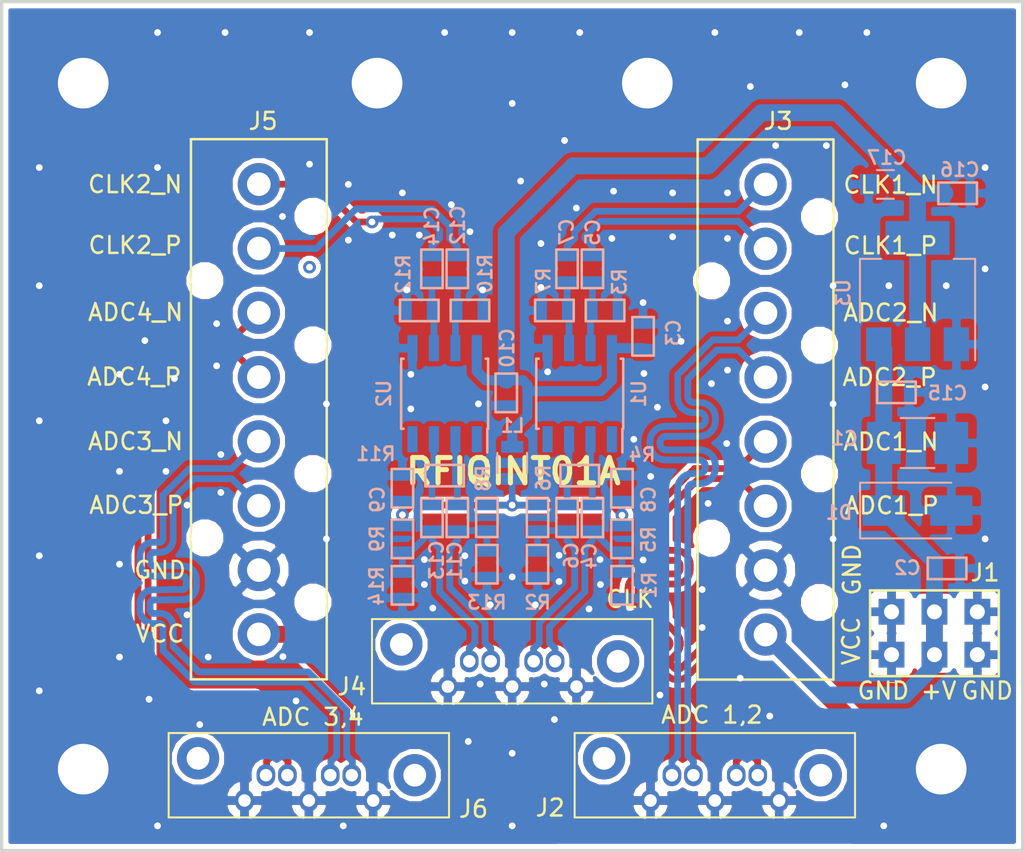
<source format=kicad_pcb>
(kicad_pcb (version 20211014) (generator pcbnew)
  (title_block (title "RFIQINT01A") (date "%d. %m. %Y") (rev "REV 0.2") (company "ORBISYS www.orbisys.sk") (comment 1 "VERSION 1") (comment 2 "IQ signals link buffer") (comment 3 "Maksim Rezenov, Jakub kakona"))
  (layers (0 "F.Cu" signal) (31 "B.Cu" signal) (34 "B.Paste" user) (35 "F.Paste" user) (36 "B.SilkS" user "B.Silkscreen") (37 "F.SilkS" user "F.Silkscreen") (38 "B.Mask" user) (39 "F.Mask" user) (44 "Edge.Cuts" user))
  (net 0 "")
  (net 1 "GND")
  (net 2 "Net-(C7-Pad2)")
  (net 3 "Net-(C5-Pad2)")
  (net 4 "Net-(C6-Pad1)")
  (net 5 "+3V3")
  (net 6 "Net-(C8-Pad2)")
  (net 7 "VCC")
  (net 8 "Net-(C4-Pad1)")
  (net 9 "Net-(C11-Pad1)")
  (net 10 "Net-(C12-Pad2)")
  (net 11 "Net-(C13-Pad1)")
  (net 12 "Net-(C14-Pad2)")
  (net 13 "/ADC2_N")
  (net 14 "/ADC2_P")
  (net 15 "/ADC1_N")
  (net 16 "/ADC1_P")
  (net 17 "/ADC3_P")
  (net 18 "/ADC3_N")
  (net 19 "/ADC4_P")
  (net 20 "/ADC4_N")
  (net 21 "/CLK_IN1_P")
  (net 22 "/CLK_OUT1_P")
  (net 23 "/CLK_IN1_N")
  (net 24 "/CLK_OUT1_N")
  (net 25 "/CLK_IN2_P")
  (net 26 "/CLK_OUT2_P")
  (net 27 "/CLK_IN2_N")
  (net 28 "/CLK_OUT2_N")
  (footprint "maxrez:IDC381-8-110" (layer "F.Cu") (at 142 105.695 -90)
    (fp_text reference "J3")
    (fp_text value "HEADER_1x08" hide)
  )
  (footprint "Connectors:SATA-7_THT_VERT_2" (layer "F.Cu") (at 142.81 128.86)
    (fp_text reference "J2")
    (fp_text value "SATA7-67491-1030" hide)
  )
  (footprint "Connectors:SATA-7_THT_VERT_2" (layer "F.Cu") (at 130.81 122.11)
    (fp_text reference "J4")
    (fp_text value "SATA7-67491-1030" hide)
  )
  (footprint "maxrez:IDC381-8-110" (layer "F.Cu") (at 112 105.68 -90)
    (fp_text reference "J5")
    (fp_text value "HEADER_1x08" hide)
  )
  (footprint "Connectors:SATA-7_THT_VERT_2" (layer "F.Cu") (at 118.77 128.86)
    (fp_text reference "J6")
    (fp_text value "SATA7-67491-1030" hide)
  )
  (footprint "Mlab_Pin_Headers:Straight_2x03" (layer "F.Cu") (at 152 118.950001 90)
    (fp_text reference "J1")
    (fp_text value "Umin ... Umax" hide)
  )
  (footprint "Housings_SOIC:SOIC-8_3.9x4.9mm_Pitch1.27mm" (layer "B.Cu") (at 131 104.76 90)
    (fp_text reference "U1")
    (fp_text value "MAX9321" hide)
  )
  (footprint "Inductors_SMD:L_0805" (layer "B.Cu") (at 127 108.86 90)
    (fp_text reference "L1")
    (fp_text value "BLM21PG331SN1D" hide)
  )
  (footprint "Housings_SOIC:SOIC-8_3.9x4.9mm_Pitch1.27mm" (layer "B.Cu") (at 123 104.76 90)
    (fp_text reference "U2")
    (fp_text value "MAX9321" hide)
  )
  (footprint "Diodes_SMD:D_SMA" (layer "B.Cu") (at 151 111.68)
    (fp_text reference "D1")
    (fp_text value "M4" hide)
  )
  (footprint "Mlab_Mechanical:MountingHole_3mm" (layer "B.Cu") (at 101.6 127)
    (fp_text reference "M1" hide)
    (fp_text value "HOLE" hide)
  )
  (footprint "Mlab_Mechanical:MountingHole_3mm" (layer "B.Cu") (at 152.4 127)
    (fp_text reference "M2" hide)
    (fp_text value "HOLE" hide)
  )
  (footprint "Mlab_Mechanical:MountingHole_3mm" (layer "B.Cu") (at 101.6 86.36)
    (fp_text reference "M3" hide)
    (fp_text value "HOLE" hide)
  )
  (footprint "Mlab_Mechanical:MountingHole_3mm" (layer "B.Cu") (at 152.4 86.36)
    (fp_text reference "M4" hide)
    (fp_text value "HOLE" hide)
  )
  (footprint "Capacitors_SMD:C_1210_HandSoldering" (layer "B.Cu") (at 151 107.68)
    (fp_text reference "C1")
    (fp_text value "10uF/16V" hide)
  )
  (footprint "TO_SOT_Packages_SMD:SOT-223-3_TabPin2" (layer "B.Cu") (at 151 98.68 90)
    (fp_text reference "U3")
    (fp_text value "LM1117-3.3" hide)
  )
  (footprint "Mlab_Mechanical:MountingHole_3mm" (layer "B.Cu") (at 119 86.36)
    (fp_text reference "M5" hide)
    (fp_text value "HOLE" hide)
  )
  (footprint "Mlab_Mechanical:MountingHole_3mm" (layer "B.Cu") (at 135 86.36)
    (fp_text reference "M6" hide)
    (fp_text value "HOLE" hide)
  )
  (footprint "Mlab_R:SMD-0603" (layer "B.Cu") (at 133.5 116.11 90)
    (fp_text reference "R1")
    (fp_text value "83" hide)
  )
  (footprint "Mlab_R:SMD-0603" (layer "B.Cu") (at 128.5 114.86 90)
    (fp_text reference "R2")
    (fp_text value "83" hide)
  )
  (footprint "Mlab_R:SMD-0603" (layer "B.Cu") (at 132.5 99.827 180)
    (fp_text reference "R3")
    (fp_text value "127" hide)
  )
  (footprint "Mlab_R:SMD-0603" (layer "B.Cu") (at 131 109.61 180)
    (fp_text reference "R4")
    (fp_text value "100" hide)
  )
  (footprint "Mlab_R:SMD-0603" (layer "B.Cu") (at 133.5 113.36 90)
    (fp_text reference "R5")
    (fp_text value "127" hide)
  )
  (footprint "Mlab_R:SMD-0603" (layer "B.Cu") (at 128.5 112.11 90)
    (fp_text reference "R6")
    (fp_text value "127" hide)
  )
  (footprint "Mlab_R:SMD-0603" (layer "B.Cu") (at 129.5 99.827 180)
    (fp_text reference "R7")
    (fp_text value "127" hide)
  )
  (footprint "Mlab_R:SMD-0603" (layer "B.Cu") (at 125.5 112.11 -90)
    (fp_text reference "R8")
    (fp_text value "127" hide)
  )
  (footprint "Mlab_R:SMD-0603" (layer "B.Cu") (at 120.5 113.36 -90)
    (fp_text reference "R9")
    (fp_text value "127" hide)
  )
  (footprint "Mlab_R:SMD-0603" (layer "B.Cu") (at 124.5 99.827 180)
    (fp_text reference "R10")
    (fp_text value "127" hide)
  )
  (footprint "Mlab_R:SMD-0603" (layer "B.Cu") (at 123 109.61 180)
    (fp_text reference "R11")
    (fp_text value "100" hide)
  )
  (footprint "Mlab_R:SMD-0603" (layer "B.Cu") (at 121.5 99.827 180)
    (fp_text reference "R12")
    (fp_text value "127" hide)
  )
  (footprint "Mlab_R:SMD-0603" (layer "B.Cu") (at 125.5 114.86 -90)
    (fp_text reference "R13")
    (fp_text value "83" hide)
  )
  (footprint "Mlab_R:SMD-0603" (layer "B.Cu") (at 120.5 116.11 -90)
    (fp_text reference "R14")
    (fp_text value "83" hide)
  )
  (footprint "Mlab_C:SMD-0603" (layer "B.Cu") (at 152.75 115.11)
    (fp_text reference "C2")
    (fp_text value "100nF" hide)
  )
  (footprint "Mlab_C:SMD-0603" (layer "B.Cu") (at 134.75 101.36 90)
    (fp_text reference "C3")
    (fp_text value "100nF" hide)
  )
  (footprint "Mlab_C:SMD-0603" (layer "B.Cu") (at 131.75 112.11 -90)
    (fp_text reference "C4")
    (fp_text value "100nF" hide)
  )
  (footprint "Mlab_C:SMD-0603" (layer "B.Cu") (at 131.75 97.36 -90)
    (fp_text reference "C5")
    (fp_text value "100nF" hide)
  )
  (footprint "Mlab_C:SMD-0603" (layer "B.Cu") (at 130.25 112.11 -90)
    (fp_text reference "C6")
    (fp_text value "100nF" hide)
  )
  (footprint "Mlab_C:SMD-0603" (layer "B.Cu") (at 130.25 97.36 -90)
    (fp_text reference "C7")
    (fp_text value "100nF" hide)
  )
  (footprint "Mlab_C:SMD-0603" (layer "B.Cu") (at 133.5 110.36 -90)
    (fp_text reference "C8")
    (fp_text value "100nF" hide)
  )
  (footprint "Mlab_C:SMD-0603" (layer "B.Cu") (at 120.5 110.36 -90)
    (fp_text reference "C9")
    (fp_text value "100nF" hide)
  )
  (footprint "Mlab_C:SMD-0603" (layer "B.Cu") (at 126.65 104.71 -90)
    (fp_text reference "C10")
    (fp_text value "100nF" hide)
  )
  (footprint "Mlab_C:SMD-0603" (layer "B.Cu") (at 123.75 112.11 -90)
    (fp_text reference "C11")
    (fp_text value "100nF" hide)
  )
  (footprint "Mlab_C:SMD-0603" (layer "B.Cu") (at 123.75 97.36 -90)
    (fp_text reference "C12")
    (fp_text value "100nF" hide)
  )
  (footprint "Mlab_C:SMD-0603" (layer "B.Cu") (at 122.25 112.11 -90)
    (fp_text reference "C13")
    (fp_text value "100nF" hide)
  )
  (footprint "Mlab_C:SMD-0603" (layer "B.Cu") (at 122.25 97.36 -90)
    (fp_text reference "C14")
    (fp_text value "100nF" hide)
  )
  (footprint "Mlab_C:SMD-0603" (layer "B.Cu") (at 149.75 104.68 180)
    (fp_text reference "C15")
    (fp_text value "100nF" hide)
  )
  (footprint "Mlab_C:SMD-0603" (layer "B.Cu") (at 153.375 92.885 180)
    (fp_text reference "C16")
    (fp_text value "100nF" hide)
  )
  (footprint "Mlab_C:C_0805" (layer "B.Cu") (at 149.1 92.36)
    (fp_text reference "C17")
    (fp_text value "10uF" hide)
  )
  (gr_line (start 157.226 81.534) (end 157.226 131.826) (layer "Edge.Cuts") (width 0.2))
  (gr_line (start 157.226 131.826) (end 96.774 131.826) (layer "Edge.Cuts") (width 0.2))
  (gr_line (start 96.774 131.826) (end 96.774 81.534) (layer "Edge.Cuts") (width 0.2))
  (gr_line (start 96.774 81.534) (end 157.226 81.534) (layer "Edge.Cuts") (width 0.2))
  (gr_text "GND\n" (at 155.125 122.36) (layer "F.SilkS") (effects (font (size 1 1))))
  (gr_text "GND\n" (at 148.975 122.36) (layer "F.SilkS") (effects (font (size 1 1))))
  (gr_text "RFIQINT01A\n" (at 127.075 109.36) (layer "F.SilkS") (effects (font (size 1.5 1.5) (thickness 0.3))))
  (gr_text "CLK" (at 133.975 116.935) (layer "F.SilkS") (effects (font (size 1 1))))
  (gr_text "GND" (at 106.15 115.21) (layer "F.SilkS") (effects (font (size 1 1))))
  (gr_text "ADC3_N" (at 104.7 107.585) (layer "F.SilkS") (effects (font (size 1 1))))
  (gr_text "ADC4_P" (at 104.625 103.76) (layer "F.SilkS") (effects (font (size 1 1))))
  (gr_text "CLK2_P" (at 104.675 95.96) (layer "F.SilkS") (effects (font (size 1 1))))
  (gr_text "CLK2_N" (at 104.675 92.36) (layer "F.SilkS") (effects (font (size 1 1))))
  (gr_text "VCC" (at 147.075 119.41 90) (layer "F.SilkS") (effects (font (size 1 1))))
  (gr_text "ADC1_P" (at 149.475 111.385) (layer "F.SilkS") (effects (font (size 1 1))))
  (gr_text "GND" (at 147.125 115.185 90) (layer "F.SilkS") (effects (font (size 1 1))))
  (gr_text "ADC1_N" (at 149.425 107.61) (layer "F.SilkS") (effects (font (size 1 1))))
  (gr_text "ADC2_P" (at 149.35 103.785) (layer "F.SilkS") (effects (font (size 1 1))))
  (gr_text "ADC2_N" (at 149.425 99.96) (layer "F.SilkS") (effects (font (size 1 1))))
  (gr_text "CLK1_P" (at 149.4 95.985) (layer "F.SilkS") (effects (font (size 1 1))))
  (gr_text "CLK1_N" (at 149.4 92.385) (layer "F.SilkS") (effects (font (size 1 1))))
  (gr_text "ADC 3,4" (at 115.2 123.91) (layer "F.SilkS") (effects (font (size 1 1))))
  (gr_text "ADC 1,2" (at 138.825 123.785) (layer "F.SilkS") (effects (font (size 1 1))))
  (gr_text "VCC" (at 106.15 118.985) (layer "F.SilkS") (effects (font (size 1 1))))
  (gr_text "ADC4_N" (at 104.7 99.935) (layer "F.SilkS") (effects (font (size 1 1))))
  (gr_text "+V" (at 152.25 122.36) (layer "F.SilkS") (effects (font (size 1 1))))
  (gr_text "ADC3_P" (at 104.75 111.36) (layer "F.SilkS") (effects (font (size 1 1))))
  (via (at 115 97.26) (size 0.75) (drill 0.4) (layers "F.Cu" "B.Cu") (net 0))
  (via (at 149 130.36) (size 0.75) (drill 0.4) (layers "F.Cu" "B.Cu") (net 1))
  (via (at 106 130.36) (size 0.75) (drill 0.4) (layers "F.Cu" "B.Cu") (net 1))
  (via (at 127 130.36) (size 0.75) (drill 0.4) (layers "F.Cu" "B.Cu") (net 1))
  (via (at 155 113.36) (size 0.75) (drill 0.4) (layers "F.Cu" "B.Cu") (net 1))
  (via (at 155 104.36) (size 0.75) (drill 0.4) (layers "F.Cu" "B.Cu") (net 1))
  (via (at 121 103.61) (size 0.75) (drill 0.4) (layers "F.Cu" "B.Cu") (net 1))
  (via (at 129.1 103.46) (size 0.75) (drill 0.4) (layers "F.Cu" "B.Cu") (net 1))
  (via (at 128.7 98.46) (size 0.75) (drill 0.4) (layers "F.Cu" "B.Cu") (net 1))
  (via (at 125.25 98.61) (size 0.75) (drill 0.4) (layers "F.Cu" "B.Cu") (net 1))
  (via (at 134.75 99.36) (size 0.75) (drill 0.4) (layers "F.Cu" "B.Cu") (net 1))
  (via (at 120.75 98.61) (size 0.75) (drill 0.4) (layers "F.Cu" "B.Cu") (net 1))
  (via (at 132.9 95.56) (size 0.75) (drill 0.4) (layers "F.Cu" "B.Cu") (net 1))
  (via (at 133 92.76) (size 0.75) (drill 0.4) (layers "F.Cu" "B.Cu") (net 1))
  (via (at 128.7 95.86) (size 0.75) (drill 0.4) (layers "F.Cu" "B.Cu") (net 1))
  (via (at 139.75 95.56) (size 0.75) (drill 0.4) (layers "F.Cu" "B.Cu") (net 1))
  (via (at 139.75 92.86) (size 0.75) (drill 0.4) (layers "F.Cu" "B.Cu") (net 1))
  (via (at 136.5 92.86) (size 0.75) (drill 0.4) (layers "F.Cu" "B.Cu") (net 1))
  (via (at 136.5 95.46) (size 0.75) (drill 0.4) (layers "F.Cu" "B.Cu") (net 1))
  (via (at 139.75 103.36) (size 0.75) (drill 0.4) (layers "F.Cu" "B.Cu") (net 1))
  (via (at 139.75 100.46) (size 0.75) (drill 0.4) (layers "F.Cu" "B.Cu") (net 1))
  (via (at 138.8 104.16) (size 0.75) (drill 0.4) (layers "F.Cu" "B.Cu") (net 1))
  (via (at 139.7 107.71) (size 0.75) (drill 0.4) (layers "F.Cu" "B.Cu") (net 1))
  (via (at 135.6 105.56) (size 0.75) (drill 0.4) (layers "F.Cu" "B.Cu") (net 1))
  (via (at 135.2 109.66) (size 0.75) (drill 0.4) (layers "F.Cu" "B.Cu") (net 1))
  (via (at 134.2 107.46) (size 0.75) (drill 0.4) (layers "F.Cu" "B.Cu") (net 1))
  (via (at 138.6 111.26) (size 0.75) (drill 0.4) (layers "F.Cu" "B.Cu") (net 1))
  (via (at 138.25 116.36) (size 0.75) (drill 0.4) (layers "F.Cu" "B.Cu") (net 1))
  (via (at 138.25 118.61) (size 0.75) (drill 0.4) (layers "F.Cu" "B.Cu") (net 1))
  (via (at 134.75 114.61) (size 0.75) (drill 0.4) (layers "F.Cu" "B.Cu") (net 1))
  (via (at 140.5 121.61) (size 0.75) (drill 0.4) (layers "F.Cu" "B.Cu") (net 1))
  (via (at 142.25 123.86) (size 0.75) (drill 0.4) (layers "F.Cu" "B.Cu") (net 1))
  (via (at 135.75 122.61) (size 0.75) (drill 0.4) (layers "F.Cu" "B.Cu") (net 1))
  (via (at 127 115.61) (size 0.75) (drill 0.4) (layers "F.Cu" "B.Cu") (net 1))
  (via (at 121.8 116.06) (size 0.75) (drill 0.4) (layers "F.Cu" "B.Cu") (net 1))
  (via (at 114.2 122.96) (size 0.75) (drill 0.4) (layers "F.Cu" "B.Cu") (net 1))
  (via (at 109 120.36) (size 0.75) (drill 0.4) (layers "F.Cu" "B.Cu") (net 1))
  (via (at 107.75 117.86) (size 0.75) (drill 0.4) (layers "F.Cu" "B.Cu") (net 1))
  (via (at 107.75 111.36) (size 0.75) (drill 0.4) (layers "F.Cu" "B.Cu") (net 1))
  (via (at 109.75 110.61) (size 0.75) (drill 0.4) (layers "F.Cu" "B.Cu") (net 1))
  (via (at 109.75 108.36) (size 0.75) (drill 0.4) (layers "F.Cu" "B.Cu") (net 1))
  (via (at 106.5 109.36) (size 0.75) (drill 0.4) (layers "F.Cu" "B.Cu") (net 1))
  (via (at 107 103.86) (size 0.75) (drill 0.4) (layers "F.Cu" "B.Cu") (net 1))
  (via (at 109.5 103.11) (size 0.75) (drill 0.4) (layers "F.Cu" "B.Cu") (net 1))
  (via (at 109.5 100.61) (size 0.75) (drill 0.4) (layers "F.Cu" "B.Cu") (net 1))
  (via (at 105.25 101.61) (size 0.75) (drill 0.4) (layers "F.Cu" "B.Cu") (net 1))
  (via (at 106.5 106.36) (size 0.75) (drill 0.4) (layers "F.Cu" "B.Cu") (net 1))
  (via (at 103.75 103.61) (size 0.75) (drill 0.4) (layers "F.Cu" "B.Cu") (net 1))
  (via (at 103.75 109.36) (size 0.75) (drill 0.4) (layers "F.Cu" "B.Cu") (net 1))
  (via (at 103.75 114.86) (size 0.75) (drill 0.4) (layers "F.Cu" "B.Cu") (net 1))
  (via (at 103.75 120.36) (size 0.75) (drill 0.4) (layers "F.Cu" "B.Cu") (net 1))
  (via (at 105.5 122.86) (size 0.75) (drill 0.4) (layers "F.Cu" "B.Cu") (net 1))
  (via (at 108.5 124.36) (size 0.75) (drill 0.4) (layers "F.Cu" "B.Cu") (net 1))
  (via (at 99 91.36) (size 0.75) (drill 0.4) (layers "F.Cu" "B.Cu") (net 1))
  (via (at 99 122.36) (size 0.75) (drill 0.4) (layers "F.Cu" "B.Cu") (net 1))
  (via (at 99 106.36) (size 0.75) (drill 0.4) (layers "F.Cu" "B.Cu") (net 1))
  (via (at 99 114.36) (size 0.75) (drill 0.4) (layers "F.Cu" "B.Cu") (net 1))
  (via (at 99 98.36) (size 0.75) (drill 0.4) (layers "F.Cu" "B.Cu") (net 1))
  (via (at 155 91.36) (size 0.75) (drill 0.4) (layers "F.Cu" "B.Cu") (net 1))
  (via (at 110 83.36) (size 0.75) (drill 0.4) (layers "F.Cu" "B.Cu") (net 1))
  (via (at 127 83.36) (size 0.75) (drill 0.4) (layers "F.Cu" "B.Cu") (net 1))
  (via (at 155 97.36) (size 0.75) (drill 0.4) (layers "F.Cu" "B.Cu") (net 1))
  (via (at 144 83.36) (size 0.75) (drill 0.4) (layers "F.Cu" "B.Cu") (net 1))
  (via (at 116 113.36) (size 0.75) (drill 0.4) (layers "F.Cu" "B.Cu") (net 1))
  (via (at 116 105.36) (size 0.75) (drill 0.4) (layers "F.Cu" "B.Cu") (net 1))
  (via (at 146 105.36) (size 0.75) (drill 0.4) (layers "F.Cu" "B.Cu") (net 1))
  (via (at 146 113.36) (size 0.75) (drill 0.4) (layers "F.Cu" "B.Cu") (net 1))
  (via (at 146 98.36) (size 0.75) (drill 0.4) (layers "F.Cu" "B.Cu") (net 1))
  (via (at 124.5 95.16) (size 0.75) (drill 0.4) (layers "F.Cu" "B.Cu") (net 1))
  (via (at 106 91.36) (size 0.75) (drill 0.4) (layers "F.Cu" "B.Cu") (net 1))
  (via (at 106 83.36) (size 0.75) (drill 0.4) (layers "F.Cu" "B.Cu") (net 1))
  (via (at 115 83.36) (size 0.75) (drill 0.4) (layers "F.Cu" "B.Cu") (net 1))
  (via (at 123 83.36) (size 0.75) (drill 0.4) (layers "F.Cu" "B.Cu") (net 1))
  (via (at 131 83.36) (size 0.75) (drill 0.4) (layers "F.Cu" "B.Cu") (net 1))
  (via (at 139 83.36) (size 0.75) (drill 0.4) (layers "F.Cu" "B.Cu") (net 1))
  (via (at 148 83.36) (size 0.75) (drill 0.4) (layers "F.Cu" "B.Cu") (net 1))
  (via (at 125 105.36) (size 0.75) (drill 0.4) (layers "F.Cu" "B.Cu") (net 1))
  (via (at 137 101.66) (size 0.75) (drill 0.4) (layers "F.Cu" "B.Cu") (net 1))
  (via (at 149.3 98.36) (size 0.75) (drill 0.4) (layers "F.Cu" "B.Cu") (net 1))
  (via (at 152.7 98.36) (size 0.75) (drill 0.4) (layers "F.Cu" "B.Cu") (net 1))
  (via (at 145.6 90.06) (size 0.75) (drill 0.4) (layers "F.Cu" "B.Cu") (net 1))
  (via (at 142.6 90.06) (size 0.75) (drill 0.4) (layers "F.Cu" "B.Cu") (net 1))
  (via (at 141.1 86.56) (size 0.75) (drill 0.4) (layers "F.Cu" "B.Cu") (net 1))
  (via (at 146.7 86.46) (size 0.75) (drill 0.4) (layers "F.Cu" "B.Cu") (net 1))
  (via (at 130.1 89.76) (size 0.75) (drill 0.4) (layers "F.Cu" "B.Cu") (net 1))
  (via (at 130.8 93.76) (size 0.75) (drill 0.4) (layers "F.Cu" "B.Cu") (net 1))
  (via (at 127.5 92.16) (size 0.75) (drill 0.4) (layers "F.Cu" "B.Cu") (net 1))
  (via (at 121.5 95.36) (size 0.75) (drill 0.4) (layers "F.Cu" "B.Cu") (net 1))
  (via (at 120.5 92.86) (size 0.75) (drill 0.4) (layers "F.Cu" "B.Cu") (net 1))
  (via (at 117.3 92.36) (size 0.75) (drill 0.4) (layers "F.Cu" "B.Cu") (net 1))
  (via (at 121 105.66) (size 0.75) (drill 0.4) (layers "F.Cu" "B.Cu") (net 1))
  (via (at 134.8 103.56) (size 0.75) (drill 0.4) (layers "F.Cu" "B.Cu") (net 1))
  (via (at 127 121.96) (size 0.75) (drill 0.4) (layers "F.Cu" "B.Cu") (net 1))
  (via (at 127 126.06) (size 0.75) (drill 0.4) (layers "F.Cu" "B.Cu") (net 1))
  (via (at 124.4 125.36) (size 0.75) (drill 0.4) (layers "F.Cu" "B.Cu") (net 1))
  (via (at 129.5 124.06) (size 0.75) (drill 0.4) (layers "F.Cu" "B.Cu") (net 1))
  (via (at 139 128.96) (size 0.75) (drill 0.4) (layers "F.Cu" "B.Cu") (net 1))
  (via (at 127 87.56) (size 0.75) (drill 0.4) (layers "F.Cu" "B.Cu") (net 1))
  (via (at 123.4 93.56) (size 0.75) (drill 0.4) (layers "F.Cu" "B.Cu") (net 1))
  (via (at 119.9 95.36) (size 0.75) (drill 0.4) (layers "F.Cu" "B.Cu") (net 1))
  (via (at 117.3 95.66) (size 0.75) (drill 0.4) (layers "F.Cu" "B.Cu") (net 1))
  (via (at 115 91.16) (size 0.75) (drill 0.4) (layers "F.Cu" "B.Cu") (net 1))
  (via (at 113.4 94.26) (size 0.75) (drill 0.4) (layers "F.Cu" "B.Cu") (net 1))
  (via (at 124.2 115.86) (size 0.75) (drill 0.4) (layers "F.Cu" "B.Cu") (net 1))
  (via (at 124.2 114.36) (size 0.75) (drill 0.4) (layers "F.Cu" "B.Cu") (net 1))
  (via (at 121.8 114.585) (size 0.75) (drill 0.4) (layers "F.Cu" "B.Cu") (net 1))
  (via (at 125.7 117.26) (size 0.75) (drill 0.4) (layers "F.Cu" "B.Cu") (net 1))
  (via (at 122.3 117.46) (size 0.75) (drill 0.4) (layers "F.Cu" "B.Cu") (net 1))
  (via (at 131.55 117.51) (size 0.75) (drill 0.4) (layers "F.Cu" "B.Cu") (net 1))
  (via (at 128.37342 117.262211) (size 0.75) (drill 0.4) (layers "F.Cu" "B.Cu") (net 1))
  (via (at 129.775 115.885) (size 0.75) (drill 0.4) (layers "F.Cu" "B.Cu") (net 1))
  (via (at 132.2 114.585) (size 0.75) (drill 0.4) (layers "F.Cu" "B.Cu") (net 1))
  (via (at 129.775 114.335) (size 0.75) (drill 0.4) (layers "F.Cu" "B.Cu") (net 1))
  (via (at 132.225 116.062211) (size 0.75) (drill 0.4) (layers "F.Cu" "B.Cu") (net 1))
  (via (at 125.1 121.96) (size 0.75) (drill 0.4) (layers "F.Cu" "B.Cu") (net 1))
  (via (at 128.9 121.96) (size 0.75) (drill 0.4) (layers "F.Cu" "B.Cu") (net 1))
  (via (at 113.425 120.335) (size 0.75) (drill 0.4) (layers "F.Cu" "B.Cu") (net 1))
  (via (at 117 130.36) (size 0.75) (drill 0.4) (layers "F.Cu" "B.Cu") (net 1))
  (segment (start 130.365 102.06) (end 130.365 99.942) (width 0.4) (layer "B.Cu") (net 2))
  (segment (start 130.25 99.827) (end 130.25 98.11) (width 0.4) (layer "B.Cu") (net 2))
  (segment (start 130.365 99.942) (end 130.25 99.827) (width 0.4) (layer "B.Cu") (net 2))
  (segment (start 131.635 99.942) (end 131.75 99.827) (width 0.4) (layer "B.Cu") (net 3))
  (segment (start 131.75 99.827) (end 131.75 98.11) (width 0.4) (layer "B.Cu") (net 3))
  (segment (start 131.635 102.06) (end 131.635 99.942) (width 0.4) (layer "B.Cu") (net 3))
  (segment (start 130.365 107.46) (end 130.365 109.495) (width 0.4) (layer "B.Cu") (net 4))
  (segment (start 130.25 111.36) (end 130.25 109.61) (width 0.4) (layer "B.Cu") (net 4))
  (segment (start 130.365 109.495) (end 130.25 109.61) (width 0.4) (layer "B.Cu") (net 4))
  (segment (start 152.625 92.885) (end 151.010002 92.885) (width 1) (layer "B.Cu") (net 5))
  (segment (start 151 95.53) (end 151 92.874998) (width 1) (layer "B.Cu") (net 5))
  (segment (start 130.6 91.26) (end 138.6 91.26) (width 1) (layer "B.Cu") (net 5))
  (segment (start 127.9 106.06) (end 127.9 104.61) (width 0.6) (layer "B.Cu") (net 5))
  (segment (start 132.25 104.61) (end 132.905 103.955) (width 0.6) (layer "B.Cu") (net 5))
  (segment (start 127 106.96) (end 127.9 106.06) (width 0.6) (layer "B.Cu") (net 5))
  (segment (start 146.235002 88.11) (end 151 92.874998) (width 1) (layer "B.Cu") (net 5))
  (segment (start 134.7 102.06) (end 134.75 102.11) (width 0.6) (layer "B.Cu") (net 5))
  (segment (start 132.905 103.955) (end 132.905 102.06) (width 0.6) (layer "B.Cu") (net 5))
  (segment (start 132.905 102.06) (end 134.7 102.06) (width 0.6) (layer "B.Cu") (net 5))
  (segment (start 150.1 92.36) (end 150.485002 92.36) (width 1) (layer "B.Cu") (net 5))
  (segment (start 128.65 104.61) (end 127.9 104.61) (width 0.6) (layer "B.Cu") (net 5))
  (segment (start 124.905 102.06) (end 124.905 103.435) (width 0.6) (layer "B.Cu") (net 5))
  (segment (start 125.43 103.96) (end 126.65 103.96) (width 0.6) (layer "B.Cu") (net 5))
  (segment (start 126.65 95.21) (end 130.6 91.26) (width 1) (layer "B.Cu") (net 5))
  (segment (start 127.625 103.96) (end 127.9 104.235) (width 0.6) (layer "B.Cu") (net 5))
  (segment (start 126.65 103.96) (end 126.65 95.21) (width 1) (layer "B.Cu") (net 5))
  (segment (start 141.75 88.11) (end 146.235002 88.11) (width 1) (layer "B.Cu") (net 5))
  (segment (start 126.65 103.96) (end 127.625 103.96) (width 0.6) (layer "B.Cu") (net 5))
  (segment (start 124.905 103.435) (end 125.43 103.96) (width 0.6) (layer "B.Cu") (net 5))
  (segment (start 151 101.83) (end 151 95.53) (width 1) (layer "B.Cu") (net 5))
  (segment (start 128.65 104.61) (end 132.25 104.61) (width 0.6) (layer "B.Cu") (net 5))
  (segment (start 127 107.91) (end 127 106.96) (width 0.6) (layer "B.Cu") (net 5))
  (segment (start 151.010002 92.885) (end 151 92.874998) (width 1) (layer "B.Cu") (net 5))
  (segment (start 127.9 104.235) (end 127.9 104.61) (width 0.6) (layer "B.Cu") (net 5))
  (segment (start 150.485002 92.36) (end 151.010002 92.885) (width 1) (layer "B.Cu") (net 5))
  (segment (start 138.6 91.26) (end 141.75 88.11) (width 1) (layer "B.Cu") (net 5))
  (segment (start 127 111.36) (end 132.9 111.36) (width 0.4) (layer "F.Cu") (net 6))
  (segment (start 120.5 111.935) (end 121.075 111.36) (width 0.4) (layer "F.Cu") (net 6))
  (segment (start 121.075 111.36) (end 127 111.36) (width 0.4) (layer "F.Cu") (net 6))
  (segment (start 132.9 111.36) (end 133.5 111.96) (width 0.4) (layer "F.Cu") (net 6))
  (via (at 120.5 111.935) (size 0.75) (drill 0.4) (layers "F.Cu" "B.Cu") (net 6))
  (via (at 127 111.36) (size 0.75) (drill 0.4) (layers "F.Cu" "B.Cu") (net 6))
  (via (at 133.5 111.96) (size 0.75) (drill 0.4) (layers "F.Cu" "B.Cu") (net 6))
  (segment (start 125.5 111.36) (end 127 111.36) (width 0.4) (layer "B.Cu") (net 6))
  (segment (start 120.5 112.61) (end 120.5 111.935) (width 0.4) (layer "B.Cu") (net 6))
  (segment (start 120.5 111.11) (end 120.5 111.935) (width 0.4) (layer "B.Cu") (net 6))
  (segment (start 127 110.56) (end 127 111.36) (width 0.4) (layer "B.Cu") (net 6))
  (segment (start 127 109.81) (end 127 110.56) (width 0.4) (layer "B.Cu") (net 6))
  (segment (start 133.5 112.61) (end 133.5 111.96) (width 0.4) (layer "B.Cu") (net 6))
  (segment (start 133.5 111.11) (end 133.5 111.96) (width 0.4) (layer "B.Cu") (net 6))
  (segment (start 127 111.36) (end 128.5 111.36) (width 0.4) (layer "B.Cu") (net 6))
  (segment (start 147.733016 129.383749) (end 147.733016 124.748016) (width 1) (layer "F.Cu") (net 7))
  (segment (start 113.755 119.015) (end 118.549794 123.809794) (width 1) (layer "F.Cu") (net 7))
  (segment (start 127.384368 123.809794) (end 128.848592 125.274018) (width 1) (layer "F.Cu") (net 7))
  (segment (start 112 119.015) (end 113.755 119.015) (width 1) (layer "F.Cu") (net 7))
  (segment (start 130.373853 130.739536) (end 146.377229 130.739536) (width 1) (layer "F.Cu") (net 7))
  (segment (start 118.549794 123.809794) (end 127.384368 123.809794) (width 1) (layer "F.Cu") (net 7))
  (segment (start 146.377229 130.739536) (end 147.733016 129.383749) (width 1) (layer "F.Cu") (net 7))
  (segment (start 128.848592 125.274018) (end 128.848592 129.214275) (width 1) (layer "F.Cu") (net 7))
  (segment (start 128.848592 129.214275) (end 130.373853 130.739536) (width 1) (layer "F.Cu") (net 7))
  (segment (start 147.733016 124.748016) (end 142 119.015) (width 1) (layer "F.Cu") (net 7))
  (segment (start 149 104.68) (end 149 102.13) (width 1) (layer "B.Cu") (net 7))
  (segment (start 152 120.220001) (end 152 117.680001) (width 1) (layer "B.Cu") (net 7))
  (segment (start 149 107.68) (end 149 104.68) (width 1) (layer "B.Cu") (net 7))
  (segment (start 152 117.680001) (end 152 114.68) (width 1) (layer "B.Cu") (net 7))
  (segment (start 152 120.86) (end 152 120.220001) (width 1) (layer "B.Cu") (net 7))
  (segment (start 149 111.68) (end 149 107.68) (width 1) (layer "B.Cu") (net 7))
  (segment (start 142 119.015) (end 145.595 122.61) (width 1) (layer "B.Cu") (net 7))
  (segment (start 149 102.13) (end 148.7 101.83) (width 1) (layer "B.Cu") (net 7))
  (segment (start 152 115.11) (end 152 114.68) (width 1) (layer "B.Cu") (net 7))
  (segment (start 152 114.68) (end 149 111.68) (width 1) (layer "B.Cu") (net 7))
  (segment (start 145.595 122.61) (end 150.25 122.61) (width 1) (layer "B.Cu") (net 7))
  (segment (start 150.25 122.61) (end 152 120.86) (width 1) (layer "B.Cu") (net 7))
  (segment (start 131.75 111.36) (end 131.75 109.61) (width 0.4) (layer "B.Cu") (net 8))
  (segment (start 131.635 107.46) (end 131.635 109.495) (width 0.4) (layer "B.Cu") (net 8))
  (segment (start 131.635 109.495) (end 131.75 109.61) (width 0.4) (layer "B.Cu") (net 8))
  (segment (start 123.75 111.36) (end 123.75 109.61) (width 0.4) (layer "B.Cu") (net 9))
  (segment (start 123.635 107.46) (end 123.635 109.495) (width 0.4) (layer "B.Cu") (net 9))
  (segment (start 123.635 109.495) (end 123.75 109.61) (width 0.4) (layer "B.Cu") (net 9))
  (segment (start 123.635 99.942) (end 123.75 99.827) (width 0.4) (layer "B.Cu") (net 10))
  (segment (start 123.75 99.827) (end 123.75 98.11) (width 0.4) (layer "B.Cu") (net 10))
  (segment (start 123.635 102.06) (end 123.635 99.942) (width 0.4) (layer "B.Cu") (net 10))
  (segment (start 122.365 107.46) (end 122.365 109.495) (width 0.4) (layer "B.Cu") (net 11))
  (segment (start 122.25 111.36) (end 122.25 109.61) (width 0.4) (layer "B.Cu") (net 11))
  (segment (start 122.365 109.495) (end 122.25 109.61) (width 0.4) (layer "B.Cu") (net 11))
  (segment (start 122.365 102.06) (end 122.365 99.942) (width 0.4) (layer "B.Cu") (net 12))
  (segment (start 122.25 99.827) (end 122.25 98.11) (width 0.4) (layer "B.Cu") (net 12))
  (segment (start 122.365 99.942) (end 122.25 99.827) (width 0.4) (layer "B.Cu") (net 12))
  (segment (start 136.795 104.966014) (end 136.817899 105.169256) (width 0.4) (layer "B.Cu") (net 13))
  (segment (start 135.156253 107.771641) (end 135.179153 107.974883) (width 0.4) (layer "B.Cu") (net 13))
  (segment (start 135.156253 107.59836) (end 135.156253 107.771641) (width 0.4) (layer "B.Cu") (net 13))
  (segment (start 136.817899 105.169256) (end 136.885451 105.362306) (width 0.4) (layer "B.Cu") (net 13))
  (segment (start 138.353161 108.824073) (end 138.397167 108.894109) (width 0.4) (layer "B.Cu") (net 13))
  (segment (start 137.138889 109.684267) (end 136.994266 109.82889) (width 0.4) (layer "B.Cu") (net 13))
  (segment (start 138.064374 108.685) (end 138.146567 108.694261) (width 0.4) (layer "B.Cu") (net 13))
  (segment (start 142 99.965) (end 140.395 101.57) (width 0.4) (layer "B.Cu") (net 13))
  (segment (start 138.294674 108.765586) (end 138.353161 108.824073) (width 0.4) (layer "B.Cu") (net 13))
  (segment (start 138.424486 106.392194) (end 138.397167 106.470265) (width 0.4) (layer "B.Cu") (net 13))
  (segment (start 135.35552 108.341111) (end 135.500143 108.485734) (width 0.4) (layer "B.Cu") (net 13))
  (segment (start 138.224638 106.642794) (end 138.146567 106.670113) (width 0.4) (layer "B.Cu") (net 13))
  (segment (start 138.353161 106.540301) (end 138.294674 106.598788) (width 0.4) (layer "B.Cu") (net 13))
  (segment (start 137.095 106.679373) (end 137.095 106.685) (width 0.4) (layer "B.Cu") (net 13))
  (segment (start 138.433747 106.248746) (end 138.433747 106.31) (width 0.4) (layer "B.Cu") (net 13))
  (segment (start 136.795 110.39836) (end 136.795 126.195) (width 0.4) (layer "B.Cu") (net 13))
  (segment (start 138.433747 109.054373) (end 138.433747 109.115627) (width 0.4) (layer "B.Cu") (net 13))
  (segment (start 136.069613 108.685) (end 138.064374 108.685) (width 0.4) (layer "B.Cu") (net 13))
  (segment (start 140.395 101.57) (end 138.865734 101.57) (width 0.4) (layer "B.Cu") (net 13))
  (segment (start 138.424486 108.97218) (end 138.433747 109.054373) (width 0.4) (layer "B.Cu") (net 13))
  (segment (start 138.433747 109.115627) (end 138.424486 109.197821) (width 0.4) (layer "B.Cu") (net 13))
  (segment (start 138.294674 109.404415) (end 138.224638 109.448421) (width 0.4) (layer "B.Cu") (net 13))
  (segment (start 135.246705 108.167933) (end 135.35552 108.341111) (width 0.4) (layer "B.Cu") (net 13))
  (segment (start 136.795 126.195) (end 136.46 126.53) (width 0.4) (layer "B.Cu") (net 13))
  (segment (start 136.885451 105.362306) (end 136.994266 105.535484) (width 0.4) (layer "B.Cu") (net 13))
  (segment (start 138.865734 101.57) (end 136.795 103.640734) (width 0.4) (layer "B.Cu") (net 13))
  (segment (start 135.866371 108.662101) (end 136.069613 108.685) (width 0.4) (layer "B.Cu") (net 13))
  (segment (start 138.424486 109.197821) (end 138.397167 109.275892) (width 0.4) (layer "B.Cu") (net 13))
  (segment (start 135.35552 107.02889) (end 135.246705 107.202068) (width 0.4) (layer "B.Cu") (net 13))
  (segment (start 136.994266 109.82889) (end 136.885451 110.002068) (width 0.4) (layer "B.Cu") (net 13))
  (segment (start 138.294674 106.598788) (end 138.224638 106.642794) (width 0.4) (layer "B.Cu") (net 13))
  (segment (start 138.397167 106.470265) (end 138.353161 106.540301) (width 0.4) (layer "B.Cu") (net 13))
  (segment (start 135.673321 108.594549) (end 135.866371 108.662101) (width 0.4) (layer "B.Cu") (net 13))
  (segment (start 135.866371 106.7079) (end 135.673321 106.775452) (width 0.4) (layer "B.Cu") (net 13))
  (segment (start 138.064374 105.879373) (end 138.146567 105.888634) (width 0.4) (layer "B.Cu") (net 13))
  (segment (start 137.505117 109.5079) (end 137.312067 109.575452) (width 0.4) (layer "B.Cu") (net 13))
  (segment (start 137.095 106.685) (end 136.069613 106.685) (width 0.4) (layer "B.Cu") (net 13))
  (segment (start 137.505117 105.856474) (end 137.708359 105.879373) (width 0.4) (layer "B.Cu") (net 13))
  (segment (start 135.673321 106.775452) (end 135.500143 106.884267) (width 0.4) (layer "B.Cu") (net 13))
  (segment (start 136.46 126.53) (end 136.46 127.18) (width 0.4) (layer "B.Cu") (net 13))
  (segment (start 138.146567 108.694261) (end 138.224638 108.72158) (width 0.4) (layer "B.Cu") (net 13))
  (segment (start 138.397167 108.894109) (end 138.424486 108.97218) (width 0.4) (layer "B.Cu") (net 13))
  (segment (start 138.424486 106.166553) (end 138.433747 106.248746) (width 0.4) (layer "B.Cu") (net 13))
  (segment (start 138.224638 105.915953) (end 138.294674 105.959959) (width 0.4) (layer "B.Cu") (net 13))
  (segment (start 136.994266 105.535484) (end 137.138889 105.680107) (width 0.4) (layer "B.Cu") (net 13))
  (segment (start 136.795 103.640734) (end 136.795 104.966014) (width 0.4) (layer "B.Cu") (net 13))
  (segment (start 135.246705 107.202068) (end 135.179153 107.395118) (width 0.4) (layer "B.Cu") (net 13))
  (segment (start 136.817899 110.195118) (end 136.795 110.39836) (width 0.4) (layer "B.Cu") (net 13))
  (segment (start 138.397167 106.088482) (end 138.424486 106.166553) (width 0.4) (layer "B.Cu") (net 13))
  (segment (start 137.708359 105.879373) (end 138.064374 105.879373) (width 0.4) (layer "B.Cu") (net 13))
  (segment (start 138.433747 106.31) (end 138.424486 106.392194) (width 0.4) (layer "B.Cu") (net 13))
  (segment (start 137.312067 105.788922) (end 137.505117 105.856474) (width 0.4) (layer "B.Cu") (net 13))
  (segment (start 136.885451 110.002068) (end 136.817899 110.195118) (width 0.4) (layer "B.Cu") (net 13))
  (segment (start 135.500143 108.485734) (end 135.673321 108.594549) (width 0.4) (layer "B.Cu") (net 13))
  (segment (start 138.224638 109.448421) (end 138.146567 109.47574) (width 0.4) (layer "B.Cu") (net 13))
  (segment (start 135.179153 107.974883) (end 135.246705 108.167933) (width 0.4) (layer "B.Cu") (net 13))
  (segment (start 135.179153 107.395118) (end 135.156253 107.59836) (width 0.4) (layer "B.Cu") (net 13))
  (segment (start 136.069613 106.685) (end 135.866371 106.7079) (width 0.4) (layer "B.Cu") (net 13))
  (segment (start 138.146567 105.888634) (end 138.224638 105.915953) (width 0.4) (layer "B.Cu") (net 13))
  (segment (start 138.353161 109.345928) (end 138.294674 109.404415) (width 0.4) (layer "B.Cu") (net 13))
  (segment (start 137.138889 105.680107) (end 137.312067 105.788922) (width 0.4) (layer "B.Cu") (net 13))
  (segment (start 138.146567 109.47574) (end 138.064374 109.485) (width 0.4) (layer "B.Cu") (net 13))
  (segment (start 135.500143 106.884267) (end 135.35552 107.02889) (width 0.4) (layer "B.Cu") (net 13))
  (segment (start 138.224638 108.72158) (end 138.294674 108.765586) (width 0.4) (layer "B.Cu") (net 13))
  (segment (start 138.146567 106.670113) (end 138.064374 106.679373) (width 0.4) (layer "B.Cu") (net 13))
  (segment (start 137.312067 109.575452) (end 137.138889 109.684267) (width 0.4) (layer "B.Cu") (net 13))
  (segment (start 138.294674 105.959959) (end 138.353161 106.018446) (width 0.4) (layer "B.Cu") (net 13))
  (segment (start 138.064374 109.485) (end 137.708359 109.485) (width 0.4) (layer "B.Cu") (net 13))
  (segment (start 137.708359 109.485) (end 137.505117 109.5079) (width 0.4) (layer "B.Cu") (net 13))
  (segment (start 138.064374 106.679373) (end 137.095 106.679373) (width 0.4) (layer "B.Cu") (net 13))
  (segment (start 138.353161 106.018446) (end 138.397167 106.088482) (width 0.4) (layer "B.Cu") (net 13))
  (segment (start 138.397167 109.275892) (end 138.353161 109.345928) (width 0.4) (layer "B.Cu") (net 13))
  (segment (start 138.120387 110.085) (end 137.764373 110.085) (width 0.4) (layer "B.Cu") (net 14))
  (segment (start 137.395 110.454373) (end 137.395 126.195) (width 0.4) (layer "B.Cu") (net 14))
  (segment (start 137.73 126.53) (end 137.73 127.18) (width 0.4) (layer "B.Cu") (net 14))
  (segment (start 138.516679 108.175452) (end 138.689857 108.284267) (width 0.4) (layer "B.Cu") (net 14))
  (segment (start 139.033747 108.99836) (end 139.033747 109.171641) (width 0.4) (layer "B.Cu") (net 14))
  (segment (start 138.120387 107.279373) (end 137.095 107.279373) (width 0.4) (layer "B.Cu") (net 14))
  (segment (start 137.534072 110.165586) (end 137.475585 110.224073) (width 0.4) (layer "B.Cu") (net 14))
  (segment (start 135.756253 107.654373) (end 135.756253 107.715627) (width 0.4) (layer "B.Cu") (net 14))
  (segment (start 138.323629 110.062101) (end 138.120387 110.085) (width 0.4) (layer "B.Cu") (net 14))
  (segment (start 136.125626 108.085) (end 138.120387 108.085) (width 0.4) (layer "B.Cu") (net 14))
  (segment (start 138.83448 105.623263) (end 138.943295 105.796441) (width 0.4) (layer "B.Cu") (net 14))
  (segment (start 135.792833 107.494109) (end 135.765514 107.57218) (width 0.4) (layer "B.Cu") (net 14))
  (segment (start 135.792833 107.875892) (end 135.836839 107.945928) (width 0.4) (layer "B.Cu") (net 14))
  (segment (start 139.114266 102.17) (end 137.395 103.889266) (width 0.4) (layer "B.Cu") (net 14))
  (segment (start 137.475585 105.140301) (end 137.534072 105.198788) (width 0.4) (layer "B.Cu") (net 14))
  (segment (start 140.395 102.17) (end 139.114266 102.17) (width 0.4) (layer "B.Cu") (net 14))
  (segment (start 137.431579 110.294109) (end 137.40426 110.37218) (width 0.4) (layer "B.Cu") (net 14))
  (segment (start 135.756253 107.715627) (end 135.765514 107.797821) (width 0.4) (layer "B.Cu") (net 14))
  (segment (start 138.323629 107.256474) (end 138.120387 107.279373) (width 0.4) (layer "B.Cu") (net 14))
  (segment (start 137.395 103.889266) (end 137.395 104.91) (width 0.4) (layer "B.Cu") (net 14))
  (segment (start 137.395 104.91) (end 137.40426 104.992194) (width 0.4) (layer "B.Cu") (net 14))
  (segment (start 138.943295 106.762306) (end 138.83448 106.935484) (width 0.4) (layer "B.Cu") (net 14))
  (segment (start 138.689857 109.885734) (end 138.516679 109.994549) (width 0.4) (layer "B.Cu") (net 14))
  (segment (start 135.836839 107.424073) (end 135.792833 107.494109) (width 0.4) (layer "B.Cu") (net 14))
  (segment (start 138.689857 108.284267) (end 138.83448 108.42889) (width 0.4) (layer "B.Cu") (net 14))
  (segment (start 139.010847 105.989491) (end 139.033747 106.192733) (width 0.4) (layer "B.Cu") (net 14))
  (segment (start 138.943295 105.796441) (end 139.010847 105.989491) (width 0.4) (layer "B.Cu") (net 14))
  (segment (start 136.043433 107.294261) (end 135.965362 107.32158) (width 0.4) (layer "B.Cu") (net 14))
  (segment (start 138.323629 105.302273) (end 138.516679 105.369825) (width 0.4) (layer "B.Cu") (net 14))
  (segment (start 138.516679 105.369825) (end 138.689857 105.47864) (width 0.4) (layer "B.Cu") (net 14))
  (segment (start 138.323629 108.1079) (end 138.516679 108.175452) (width 0.4) (layer "B.Cu") (net 14))
  (segment (start 137.534072 105.198788) (end 137.604108 105.242794) (width 0.4) (layer "B.Cu") (net 14))
  (segment (start 135.836839 107.945928) (end 135.895326 108.004415) (width 0.4) (layer "B.Cu") (net 14))
  (segment (start 135.895326 107.365586) (end 135.836839 107.424073) (width 0.4) (layer "B.Cu") (net 14))
  (segment (start 142 103.775) (end 140.395 102.17) (width 0.4) (layer "B.Cu") (net 14))
  (segment (start 137.095 107.279373) (end 137.095 107.285) (width 0.4) (layer "B.Cu") (net 14))
  (segment (start 138.516679 107.188922) (end 138.323629 107.256474) (width 0.4) (layer "B.Cu") (net 14))
  (segment (start 137.682179 110.094261) (end 137.604108 110.12158) (width 0.4) (layer "B.Cu") (net 14))
  (segment (start 137.604108 110.12158) (end 137.534072 110.165586) (width 0.4) (layer "B.Cu") (net 14))
  (segment (start 139.033747 109.171641) (end 139.010847 109.374883) (width 0.4) (layer "B.Cu") (net 14))
  (segment (start 138.120387 108.085) (end 138.323629 108.1079) (width 0.4) (layer "B.Cu") (net 14))
  (segment (start 139.010847 106.569256) (end 138.943295 106.762306) (width 0.4) (layer "B.Cu") (net 14))
  (segment (start 139.033747 106.192733) (end 139.033747 106.366014) (width 0.4) (layer "B.Cu") (net 14))
  (segment (start 138.689857 107.080107) (end 138.516679 107.188922) (width 0.4) (layer "B.Cu") (net 14))
  (segment (start 138.943295 108.602068) (end 139.010847 108.795118) (width 0.4) (layer "B.Cu") (net 14))
  (segment (start 138.83448 108.42889) (end 138.943295 108.602068) (width 0.4) (layer "B.Cu") (net 14))
  (segment (start 139.010847 109.374883) (end 138.943295 109.567933) (width 0.4) (layer "B.Cu") (net 14))
  (segment (start 137.395 126.195) (end 137.73 126.53) (width 0.4) (layer "B.Cu") (net 14))
  (segment (start 138.83448 106.935484) (end 138.689857 107.080107) (width 0.4) (layer "B.Cu") (net 14))
  (segment (start 139.010847 108.795118) (end 139.033747 108.99836) (width 0.4) (layer "B.Cu") (net 14))
  (segment (start 137.764373 110.085) (end 137.682179 110.094261) (width 0.4) (layer "B.Cu") (net 14))
  (segment (start 138.120387 105.279373) (end 138.323629 105.302273) (width 0.4) (layer "B.Cu") (net 14))
  (segment (start 137.604108 105.242794) (end 137.682179 105.270113) (width 0.4) (layer "B.Cu") (net 14))
  (segment (start 138.689857 105.47864) (end 138.83448 105.623263) (width 0.4) (layer "B.Cu") (net 14))
  (segment (start 135.965362 107.32158) (end 135.895326 107.365586) (width 0.4) (layer "B.Cu") (net 14))
  (segment (start 137.682179 105.270113) (end 137.764373 105.279373) (width 0.4) (layer "B.Cu") (net 14))
  (segment (start 137.431579 105.070265) (end 137.475585 105.140301) (width 0.4) (layer "B.Cu") (net 14))
  (segment (start 137.095 107.285) (end 136.125626 107.285) (width 0.4) (layer "B.Cu") (net 14))
  (segment (start 135.765514 107.57218) (end 135.756253 107.654373) (width 0.4) (layer "B.Cu") (net 14))
  (segment (start 138.943295 109.567933) (end 138.83448 109.741111) (width 0.4) (layer "B.Cu") (net 14))
  (segment (start 138.83448 109.741111) (end 138.689857 109.885734) (width 0.4) (layer "B.Cu") (net 14))
  (segment (start 135.895326 108.004415) (end 135.965362 108.048421) (width 0.4) (layer "B.Cu") (net 14))
  (segment (start 137.475585 110.224073) (end 137.431579 110.294109) (width 0.4) (layer "B.Cu") (net 14))
  (segment (start 137.764373 105.279373) (end 138.120387 105.279373) (width 0.4) (layer "B.Cu") (net 14))
  (segment (start 136.043433 108.07574) (end 136.125626 108.085) (width 0.4) (layer "B.Cu") (net 14))
  (segment (start 139.033747 106.366014) (end 139.010847 106.569256) (width 0.4) (layer "B.Cu") (net 14))
  (segment (start 135.765514 107.797821) (end 135.792833 107.875892) (width 0.4) (layer "B.Cu") (net 14))
  (segment (start 136.125626 107.285) (end 136.043433 107.294261) (width 0.4) (layer "B.Cu") (net 14))
  (segment (start 138.516679 109.994549) (end 138.323629 110.062101) (width 0.4) (layer "B.Cu") (net 14))
  (segment (start 137.40426 104.992194) (end 137.431579 105.070265) (width 0.4) (layer "B.Cu") (net 14))
  (segment (start 135.965362 108.048421) (end 136.043433 108.07574) (width 0.4) (layer "B.Cu") (net 14))
  (segment (start 137.40426 110.37218) (end 137.395 110.454373) (width 0.4) (layer "B.Cu") (net 14))
  (segment (start 134.347724 117.351915) (end 134.183 117.248412) (width 0.4) (layer "F.Cu") (net 15))
  (segment (start 139.399135 120.336884) (end 139.367559 120.271314) (width 0.4) (layer "F.Cu") (net 15))
  (segment (start 137.257967 121.575976) (end 137.082128 121.660655) (width 0.4) (layer "F.Cu") (net 15))
  (segment (start 133.87768 116.113402) (end 133.941934 115.929776) (width 0.4) (layer "F.Cu") (net 15))
  (segment (start 136.944101 114.95705) (end 136.936027 114.885388) (width 0.4) (layer "F.Cu") (net 15))
  (segment (start 140.1 123.184266) (end 140.043101 123.138891) (width 0.4) (layer "F.Cu") (net 15))
  (segment (start 134.724669 117.43795) (end 134.53135 117.416169) (width 0.4) (layer "F.Cu") (net 15))
  (segment (start 133.941934 116.946125) (end 133.87768 116.762499) (width 0.4) (layer "F.Cu") (net 15))
  (segment (start 137.769875 122.348402) (end 137.854554 122.172564) (width 0.4) (layer "F.Cu") (net 15))
  (segment (start 138.871757 123.683985) (end 138.676591 123.683985) (width 0.4) (layer "F.Cu") (net 15))
  (segment (start 140.27 126.53) (end 140.605 126.195) (width 0.4) (layer "F.Cu") (net 15))
  (segment (start 135.421782 113.959549) (end 135.4 113.76623) (width 0.4) (layer "F.Cu") (net 15))
  (segment (start 135.4 118.484266) (end 135.4 117.76) (width 0.4) (layer "F.Cu") (net 15))
  (segment (start 138.949918 120.0152) (end 138.878966 120.031394) (width 0.4) (layer "F.Cu") (net 15))
  (segment (start 133.941934 115.929776) (end 134.045437 115.765052) (width 0.4) (layer "F.Cu") (net 15))
  (segment (start 140.395 109.19) (end 142 107.585) (width 0.4) (layer "F.Cu") (net 15))
  (segment (start 134.045437 117.110849) (end 133.941934 116.946125) (width 0.4) (layer "F.Cu") (net 15))
  (segment (start 137.976237 122.019978) (end 139.322182 120.674032) (width 0.4) (layer "F.Cu") (net 15))
  (segment (start 136.33941 119.596729) (end 136.33941 119.523952) (width 0.4) (layer "F.Cu") (net 15))
  (segment (start 138.1201 123.396399) (end 137.976237 123.252537) (width 0.4) (layer "F.Cu") (net 15))
  (segment (start 136.87384 114.756256) (end 136.822846 114.705262) (width 0.4) (layer "F.Cu") (net 15))
  (segment (start 133.855899 116.56918) (end 133.855899 116.306721) (width 0.4) (layer "F.Cu") (net 15))
  (segment (start 140.27 127.18) (end 140.27 126.53) (width 0.4) (layer "F.Cu") (net 15))
  (segment (start 139.833802 123.09112) (end 139.76285 123.107314) (width 0.4) (layer "F.Cu") (net 15))
  (segment (start 137.854554 123.099951) (end 137.769875 122.924113) (width 0.4) (layer "F.Cu") (net 15))
  (segment (start 137.410553 121.454292) (end 137.257967 121.575976) (width 0.4) (layer "F.Cu") (net 15))
  (segment (start 140.605 126.195) (end 140.605 123.689266) (width 0.4) (layer "F.Cu") (net 15))
  (segment (start 139.906579 123.09112) (end 139.833802 123.09112) (width 0.4) (layer "F.Cu") (net 15))
  (segment (start 137.726446 122.73384) (end 137.726446 122.538675) (width 0.4) (layer "F.Cu") (net 15))
  (segment (start 138.878966 120.031394) (end 138.813397 120.062972) (width 0.4) (layer "F.Cu") (net 15))
  (segment (start 137.726446 122.538675) (end 137.769875 122.348402) (width 0.4) (layer "F.Cu") (net 15))
  (segment (start 139.367559 120.617134) (end 139.399134 120.551564) (width 0.4) (layer "F.Cu") (net 15))
  (segment (start 139.41533 120.480613) (end 139.415329 120.407835) (width 0.4) (layer "F.Cu") (net 15))
  (segment (start 134.183 115.627489) (end 134.347724 115.523986) (width 0.4) (layer "F.Cu") (net 15))
  (segment (start 136.693714 114.643075) (end 136.622051 114.635) (width 0.4) (layer "F.Cu") (net 15))
  (segment (start 136.291639 119.387431) (end 136.246263 119.330532) (width 0.4) (layer "F.Cu") (net 15))
  (segment (start 136.912209 115.252683) (end 136.936027 115.184613) (width 0.4) (layer "F.Cu") (net 15))
  (segment (start 136.891856 121.704084) (end 136.69669 121.704084) (width 0.4) (layer "F.Cu") (net 15))
  (segment (start 135.746545 120.753939) (end 135.746545 120.558774) (width 0.4) (layer "F.Cu") (net 15))
  (segment (start 140.605 123.689266) (end 140.1 123.184266) (width 0.4) (layer "F.Cu") (net 15))
  (segment (start 139.022694 120.0152) (end 138.949918 120.0152) (width 0.4) (layer "F.Cu") (net 15))
  (segment (start 135.4 113.76623) (end 135.4 111.585734) (width 0.4) (layer "F.Cu") (net 15))
  (segment (start 135.7 115.43795) (end 135.7 115.435) (width 0.4) (layer "F.Cu") (net 15))
  (segment (start 135.07795 117.43795) (end 134.724669 117.43795) (width 0.4) (layer "F.Cu") (net 15))
  (segment (start 136.944101 115.11295) (end 136.944101 114.95705) (width 0.4) (layer "F.Cu") (net 15))
  (segment (start 134.183 117.248412) (end 134.045437 117.110849) (width 0.4) (layer "F.Cu") (net 15))
  (segment (start 136.936027 115.184613) (end 136.944101 115.11295) (width 0.4) (layer "F.Cu") (net 15))
  (segment (start 138.756498 120.108347) (end 137.410553 121.454292) (width 0.4) (layer "F.Cu") (net 15))
  (segment (start 137.082128 121.660655) (end 136.891856 121.704084) (width 0.4) (layer "F.Cu") (net 15))
  (segment (start 136.693714 115.426926) (end 136.761784 115.403108) (width 0.4) (layer "F.Cu") (net 15))
  (segment (start 134.53135 115.459732) (end 134.724669 115.43795) (width 0.4) (layer "F.Cu") (net 15))
  (segment (start 133.855899 116.306721) (end 133.87768 116.113402) (width 0.4) (layer "F.Cu") (net 15))
  (segment (start 134.53135 117.416169) (end 134.347724 117.351915) (width 0.4) (layer "F.Cu") (net 15))
  (segment (start 136.291639 119.733251) (end 136.323215 119.667681) (width 0.4) (layer "F.Cu") (net 15))
  (segment (start 139.390454 123.434194) (end 139.237868 123.555878) (width 0.4) (layer "F.Cu") (net 15))
  (segment (start 136.622051 115.435) (end 136.693714 115.426926) (width 0.4) (layer "F.Cu") (net 15))
  (segment (start 138.310481 123.555878) (end 138.157894 123.434194) (width 0.4) (layer "F.Cu") (net 15))
  (segment (start 136.761784 115.403108) (end 136.822846 115.364739) (width 0.4) (layer "F.Cu") (net 15))
  (segment (start 136.246263 119.79015) (end 136.291639 119.733251) (width 0.4) (layer "F.Cu") (net 15))
  (segment (start 135.391925 117.688338) (end 135.368107 117.620268) (width 0.4) (layer "F.Cu") (net 15))
  (segment (start 139.415329 120.407835) (end 139.399135 120.336884) (width 0.4) (layer "F.Cu") (net 15))
  (segment (start 139.977531 123.107314) (end 139.906579 123.09112) (width 0.4) (layer "F.Cu") (net 15))
  (segment (start 135.149612 117.446025) (end 135.07795 117.43795) (width 0.4) (layer "F.Cu") (net 15))
  (segment (start 135.789974 120.368501) (end 135.874653 120.192663) (width 0.4) (layer "F.Cu") (net 15))
  (segment (start 139.237868 123.555878) (end 139.062029 123.640557) (width 0.4) (layer "F.Cu") (net 15))
  (segment (start 133.87768 116.762499) (end 133.855899 116.56918) (width 0.4) (layer "F.Cu") (net 15))
  (segment (start 135.996336 120.040077) (end 136.246263 119.79015) (width 0.4) (layer "F.Cu") (net 15))
  (segment (start 135.727102 114.445462) (end 135.589539 114.307899) (width 0.4) (layer "F.Cu") (net 15))
  (segment (start 135.746545 120.558774) (end 135.789974 120.368501) (width 0.4) (layer "F.Cu") (net 15))
  (segment (start 139.216116 120.108347) (end 139.159217 120.062972) (width 0.4) (layer "F.Cu") (net 15))
  (segment (start 139.322182 120.214414) (end 139.216116 120.108347) (width 0.4) (layer "F.Cu") (net 15))
  (segment (start 135.4 117.76) (end 135.391925 117.688338) (width 0.4) (layer "F.Cu") (net 15))
  (segment (start 134.045437 115.765052) (end 134.183 115.627489) (width 0.4) (layer "F.Cu") (net 15))
  (segment (start 136.075452 114.613219) (end 135.891826 114.548965) (width 0.4) (layer "F.Cu") (net 15))
  (segment (start 138.157894 123.434194) (end 138.1201 123.396399) (width 0.4) (layer "F.Cu") (net 15))
  (segment (start 137.854554 122.172564) (end 137.976237 122.019978) (width 0.4) (layer "F.Cu") (net 15))
  (segment (start 139.322182 120.674032) (end 139.367559 120.617134) (width 0.4) (layer "F.Cu") (net 15))
  (segment (start 136.268771 114.635) (end 136.075452 114.613219) (width 0.4) (layer "F.Cu") (net 15))
  (segment (start 140.043101 123.138891) (end 139.977531 123.107314) (width 0.4) (layer "F.Cu") (net 15))
  (segment (start 135.789974 120.944212) (end 135.746545 120.753939) (width 0.4) (layer "F.Cu") (net 15))
  (segment (start 139.159217 120.062972) (end 139.093646 120.031394) (width 0.4) (layer "F.Cu") (net 15))
  (segment (start 135.278744 117.508212) (end 135.217682 117.469843) (width 0.4) (layer "F.Cu") (net 15))
  (segment (start 135.329738 117.559206) (end 135.278744 117.508212) (width 0.4) (layer "F.Cu") (net 15))
  (segment (start 135.7 115.435) (end 136.622051 115.435) (width 0.4) (layer "F.Cu") (net 15))
  (segment (start 134.347724 115.523986) (end 134.53135 115.459732) (width 0.4) (layer "F.Cu") (net 15))
  (segment (start 139.093646 120.031394) (end 139.022694 120.0152) (width 0.4) (layer "F.Cu") (net 15))
  (segment (start 139.76285 123.107314) (end 139.697281 123.138891) (width 0.4) (layer "F.Cu") (net 15))
  (segment (start 136.323215 119.667681) (end 136.33941 119.596729) (width 0.4) (layer "F.Cu") (net 15))
  (segment (start 136.323215 119.453) (end 136.291639 119.387431) (width 0.4) (layer "F.Cu") (net 15))
  (segment (start 135.874653 121.12005) (end 135.789974 120.944212) (width 0.4) (layer "F.Cu") (net 15))
  (segment (start 135.589539 114.307899) (end 135.486036 114.143175) (width 0.4) (layer "F.Cu") (net 15))
  (segment (start 135.217682 117.469843) (end 135.149612 117.446025) (width 0.4) (layer "F.Cu") (net 15))
  (segment (start 139.062029 123.640557) (end 138.871757 123.683985) (width 0.4) (layer "F.Cu") (net 15))
  (segment (start 136.822846 114.705262) (end 136.761784 114.666893) (width 0.4) (layer "F.Cu") (net 15))
  (segment (start 136.87384 115.313745) (end 136.912209 115.252683) (width 0.4) (layer "F.Cu") (net 15))
  (segment (start 136.622051 114.635) (end 136.268771 114.635) (width 0.4) (layer "F.Cu") (net 15))
  (segment (start 135.4 111.585734) (end 137.795734 109.19) (width 0.4) (layer "F.Cu") (net 15))
  (segment (start 139.399134 120.551564) (end 139.41533 120.480613) (width 0.4) (layer "F.Cu") (net 15))
  (segment (start 135.996336 121.272636) (end 135.874653 121.12005) (width 0.4) (layer "F.Cu") (net 15))
  (segment (start 135.486036 114.143175) (end 135.421782 113.959549) (width 0.4) (layer "F.Cu") (net 15))
  (segment (start 136.761784 114.666893) (end 136.693714 114.643075) (width 0.4) (layer "F.Cu") (net 15))
  (segment (start 136.33941 119.523952) (end 136.323215 119.453) (width 0.4) (layer "F.Cu") (net 15))
  (segment (start 137.976237 123.252537) (end 137.854554 123.099951) (width 0.4) (layer "F.Cu") (net 15))
  (segment (start 136.936027 114.885388) (end 136.912209 114.817318) (width 0.4) (layer "F.Cu") (net 15))
  (segment (start 137.769875 122.924113) (end 137.726446 122.73384) (width 0.4) (layer "F.Cu") (net 15))
  (segment (start 136.177993 121.454292) (end 135.996336 121.272636) (width 0.4) (layer "F.Cu") (net 15))
  (segment (start 136.822846 115.364739) (end 136.87384 115.313745) (width 0.4) (layer "F.Cu") (net 15))
  (segment (start 138.813397 120.062972) (end 138.756498 120.108347) (width 0.4) (layer "F.Cu") (net 15))
  (segment (start 138.486319 123.640557) (end 138.310481 123.555878) (width 0.4) (layer "F.Cu") (net 15))
  (segment (start 136.69669 121.704084) (end 136.506418 121.660655) (width 0.4) (layer "F.Cu") (net 15))
  (segment (start 135.368107 117.620268) (end 135.329738 117.559206) (width 0.4) (layer "F.Cu") (net 15))
  (segment (start 136.246263 119.330532) (end 135.4 118.484266) (width 0.4) (layer "F.Cu") (net 15))
  (segment (start 135.891826 114.548965) (end 135.727102 114.445462) (width 0.4) (layer "F.Cu") (net 15))
  (segment (start 139.697281 123.138891) (end 139.640382 123.184266) (width 0.4) (layer "F.Cu") (net 15))
  (segment (start 136.506418 121.660655) (end 136.33058 121.575976) (width 0.4) (layer "F.Cu") (net 15))
  (segment (start 136.33058 121.575976) (end 136.177993 121.454292) (width 0.4) (layer "F.Cu") (net 15))
  (segment (start 138.676591 123.683985) (end 138.486319 123.640557) (width 0.4) (layer "F.Cu") (net 15))
  (segment (start 135.874653 120.192663) (end 135.996336 120.040077) (width 0.4) (layer "F.Cu") (net 15))
  (segment (start 136.912209 114.817318) (end 136.87384 114.756256) (width 0.4) (layer "F.Cu") (net 15))
  (segment (start 134.724669 115.43795) (end 135.7 115.43795) (width 0.4) (layer "F.Cu") (net 15))
  (segment (start 139.367559 120.271314) (end 139.322182 120.214414) (width 0.4) (layer "F.Cu") (net 15))
  (segment (start 137.795734 109.19) (end 140.395 109.19) (width 0.4) (layer "F.Cu") (net 15))
  (segment (start 139.640382 123.184266) (end 139.390454 123.434194) (width 0.4) (layer "F.Cu") (net 15))
  (segment (start 134.487791 116.220268) (end 134.52616 116.159206) (width 0.4) (layer "F.Cu") (net 16))
  (segment (start 136 113.71295) (end 136 111.834266) (width 0.4) (layer "F.Cu") (net 16))
  (segment (start 136.967183 121.037608) (end 136.901614 121.069184) (width 0.4) (layer "F.Cu") (net 16))
  (segment (start 139.450001 119.524604) (end 139.274162 119.439924) (width 0.4) (layer "F.Cu") (net 16))
  (segment (start 139.990606 120.156369) (end 139.905926 119.98053) (width 0.4) (layer "F.Cu") (net 16))
  (segment (start 135.324548 116.859732) (end 135.131229 116.83795) (width 0.4) (layer "F.Cu") (net 16))
  (segment (start 139.967774 122.472415) (end 139.772608 122.472415) (width 0.4) (layer "F.Cu") (net 16))
  (segment (start 136.757885 121.085379) (end 136.686933 121.069184) (width 0.4) (layer "F.Cu") (net 16))
  (segment (start 135.508174 116.923986) (end 135.324548 116.859732) (width 0.4) (layer "F.Cu") (net 16))
  (segment (start 137.458066 115.543175) (end 137.52232 115.359549) (width 0.4) (layer "F.Cu") (net 16))
  (segment (start 140.034034 120.541806) (end 140.034034 120.34664) (width 0.4) (layer "F.Cu") (net 16))
  (segment (start 136.686933 121.069184) (end 136.621363 121.037608) (width 0.4) (layer "F.Cu") (net 16))
  (segment (start 138.345151 122.672646) (end 138.345151 122.59987) (width 0.4) (layer "F.Cu") (net 16))
  (segment (start 134.487791 116.655633) (end 134.463973 116.587563) (width 0.4) (layer "F.Cu") (net 16))
  (segment (start 139.582336 122.515843) (end 139.406497 122.600522) (width 0.4) (layer "F.Cu") (net 16))
  (segment (start 134.52616 116.716695) (end 134.487791 116.655633) (width 0.4) (layer "F.Cu") (net 16))
  (segment (start 136.830007 119.096647) (end 136.708323 118.94406) (width 0.4) (layer "F.Cu") (net 16))
  (segment (start 137.458066 114.526826) (end 137.354563 114.362102) (width 0.4) (layer "F.Cu") (net 16))
  (segment (start 140.395 109.79) (end 142 111.395) (width 0.4) (layer "F.Cu") (net 16))
  (segment (start 136.830662 121.085379) (end 136.757885 121.085379) (width 0.4) (layer "F.Cu") (net 16))
  (segment (start 136.031893 113.852683) (end 136.008075 113.784613) (width 0.4) (layer "F.Cu") (net 16))
  (segment (start 136.86865 114.056782) (end 136.675331 114.035) (width 0.4) (layer "F.Cu") (net 16))
  (segment (start 139.406497 122.600522) (end 139.253911 122.722206) (width 0.4) (layer "F.Cu") (net 16))
  (segment (start 138.888725 119.396496) (end 138.698452 119.439925) (width 0.4) (layer "F.Cu") (net 16))
  (segment (start 136 118.235734) (end 136 117.706721) (width 0.4) (layer "F.Cu") (net 16))
  (segment (start 139.092372 121.752371) (end 139.304506 121.54024) (width 0.4) (layer "F.Cu") (net 16))
  (segment (start 137.024082 120.992232) (end 136.967183 121.037608) (width 0.4) (layer "F.Cu") (net 16))
  (segment (start 135.7 116.03795) (end 135.7 116.035) (width 0.4) (layer "F.Cu") (net 16))
  (segment (start 138.345151 122.59987) (end 138.361345 122.528918) (width 0.4) (layer "F.Cu") (net 16))
  (segment (start 136.458396 120.426547) (end 136.708323 120.17662) (width 0.4) (layer "F.Cu") (net 16))
  (segment (start 139.784241 121.060502) (end 139.905925 120.907916) (width 0.4) (layer "F.Cu") (net 16))
  (segment (start 138.392922 122.809168) (end 138.361345 122.743598) (width 0.4) (layer "F.Cu") (net 16))
  (segment (start 138.370028 119.646287) (end 137.024082 120.992232) (width 0.4) (layer "F.Cu") (net 16))
  (segment (start 135.913964 117.329776) (end 135.810461 117.165052) (width 0.4) (layer "F.Cu") (net 16))
  (segment (start 136.381444 120.763696) (end 136.36525 120.692744) (width 0.4) (layer "F.Cu") (net 16))
  (segment (start 136.32205 114.035) (end 136.250388 114.026926) (width 0.4) (layer "F.Cu") (net 16))
  (segment (start 134.706286 116.046025) (end 134.777949 116.03795) (width 0.4) (layer "F.Cu") (net 16))
  (segment (start 135.672898 117.027489) (end 135.508174 116.923986) (width 0.4) (layer "F.Cu") (net 16))
  (segment (start 138.438297 122.866067) (end 138.392922 122.809168) (width 0.4) (layer "F.Cu") (net 16))
  (segment (start 136.413021 120.829266) (end 136.381444 120.763696) (width 0.4) (layer "F.Cu") (net 16))
  (segment (start 137.544101 115.16623) (end 137.544101 114.903771) (width 0.4) (layer "F.Cu") (net 16))
  (segment (start 138.544365 122.972134) (end 138.438297 122.866067) (width 0.4) (layer "F.Cu") (net 16))
  (segment (start 138.044266 109.79) (end 140.395 109.79) (width 0.4) (layer "F.Cu") (net 16))
  (segment (start 138.666833 123.049086) (end 138.601264 123.01751) (width 0.4) (layer "F.Cu") (net 16))
  (segment (start 136.250388 114.026926) (end 136.182318 114.003108) (width 0.4) (layer "F.Cu") (net 16))
  (segment (start 136.182318 114.003108) (end 136.121256 113.964739) (width 0.4) (layer "F.Cu") (net 16))
  (segment (start 134.577154 116.108212) (end 134.638216 116.069843) (width 0.4) (layer "F.Cu") (net 16))
  (segment (start 136.958114 119.462757) (end 136.914686 119.272485) (width 0.4) (layer "F.Cu") (net 16))
  (segment (start 137.217 115.845462) (end 137.354563 115.707899) (width 0.4) (layer "F.Cu") (net 16))
  (segment (start 136.708323 118.94406) (end 136.670528 118.906266) (width 0.4) (layer "F.Cu") (net 16))
  (segment (start 137.52232 114.710452) (end 137.458066 114.526826) (width 0.4) (layer "F.Cu") (net 16))
  (segment (start 136.070262 113.913745) (end 136.031893 113.852683) (width 0.4) (layer "F.Cu") (net 16))
  (segment (start 139.784243 119.827944) (end 139.602586 119.646286) (width 0.4) (layer "F.Cu") (net 16))
  (segment (start 136.914686 119.848195) (end 136.958114 119.657923) (width 0.4) (layer "F.Cu") (net 16))
  (segment (start 134.463973 116.288338) (end 134.487791 116.220268) (width 0.4) (layer "F.Cu") (net 16))
  (segment (start 139.274162 119.439924) (end 139.083889 119.396495) (width 0.4) (layer "F.Cu") (net 16))
  (segment (start 138.361345 122.743598) (end 138.345151 122.672646) (width 0.4) (layer "F.Cu") (net 16))
  (segment (start 138.810562 123.065281) (end 138.737785 123.065281) (width 0.4) (layer "F.Cu") (net 16))
  (segment (start 134.455899 116.36) (end 134.463973 116.288338) (width 0.4) (layer "F.Cu") (net 16))
  (segment (start 140.034034 120.34664) (end 139.990606 120.156369) (width 0.4) (layer "F.Cu") (net 16))
  (segment (start 136.958114 119.657923) (end 136.958114 119.462757) (width 0.4) (layer "F.Cu") (net 16))
  (segment (start 139.602586 119.646286) (end 139.450001 119.524604) (width 0.4) (layer "F.Cu") (net 16))
  (segment (start 134.777949 116.83795) (end 134.706286 116.829876) (width 0.4) (layer "F.Cu") (net 16))
  (segment (start 139.092371 121.752375) (end 139.092372 121.752371) (width 0.4) (layer "F.Cu") (net 16))
  (segment (start 136.008075 113.784613) (end 136 113.71295) (width 0.4) (layer "F.Cu") (net 16))
  (segment (start 137.354563 115.707899) (end 137.458066 115.543175) (width 0.4) (layer "F.Cu") (net 16))
  (segment (start 136.830007 120.024034) (end 136.914686 119.848195) (width 0.4) (layer "F.Cu") (net 16))
  (segment (start 137.544101 114.903771) (end 137.52232 114.710452) (width 0.4) (layer "F.Cu") (net 16))
  (segment (start 136.413021 120.483446) (end 136.458396 120.426547) (width 0.4) (layer "F.Cu") (net 16))
  (segment (start 135.978218 117.513402) (end 135.913964 117.329776) (width 0.4) (layer "F.Cu") (net 16))
  (segment (start 135.7 116.035) (end 136.675331 116.035) (width 0.4) (layer "F.Cu") (net 16))
  (segment (start 139.772608 122.472415) (end 139.582336 122.515843) (width 0.4) (layer "F.Cu") (net 16))
  (segment (start 136.670528 118.906266) (end 136 118.235734) (width 0.4) (layer "F.Cu") (net 16))
  (segment (start 135.131229 116.83795) (end 134.777949 116.83795) (width 0.4) (layer "F.Cu") (net 16))
  (segment (start 139.304506 121.54024) (end 139.746448 121.098298) (width 0.4) (layer "F.Cu") (net 16))
  (segment (start 137.354563 114.362102) (end 137.217 114.224539) (width 0.4) (layer "F.Cu") (net 16))
  (segment (start 139.990604 120.732077) (end 140.034034 120.541806) (width 0.4) (layer "F.Cu") (net 16))
  (segment (start 138.361345 122.528918) (end 138.392922 122.463348) (width 0.4) (layer "F.Cu") (net 16))
  (segment (start 138.601264 123.01751) (end 138.544365 122.972134) (width 0.4) (layer "F.Cu") (net 16))
  (segment (start 141.54 126.53) (end 141.205 126.195) (width 0.4) (layer "F.Cu") (net 16))
  (segment (start 138.392922 122.463348) (end 138.438297 122.406449) (width 0.4) (layer "F.Cu") (net 16))
  (segment (start 134.638216 116.806058) (end 134.577154 116.767689) (width 0.4) (layer "F.Cu") (net 16))
  (segment (start 137.217 114.224539) (end 137.052276 114.121036) (width 0.4) (layer "F.Cu") (net 16))
  (segment (start 136.36525 120.619968) (end 136.381444 120.549016) (width 0.4) (layer "F.Cu") (net 16))
  (segment (start 139.253911 122.722206) (end 139.003983 122.972134) (width 0.4) (layer "F.Cu") (net 16))
  (segment (start 136.564464 120.992232) (end 136.458396 120.886165) (width 0.4) (layer "F.Cu") (net 16))
  (segment (start 138.698452 119.439925) (end 138.522613 119.524603) (width 0.4) (layer "F.Cu") (net 16))
  (segment (start 136.621363 121.037608) (end 136.564464 120.992232) (width 0.4) (layer "F.Cu") (net 16))
  (segment (start 141.205 126.195) (end 141.205 123.440734) (width 0.4) (layer "F.Cu") (net 16))
  (segment (start 139.905926 119.98053) (end 139.784243 119.827944) (width 0.4) (layer "F.Cu") (net 16))
  (segment (start 136 117.706721) (end 135.978218 117.513402) (width 0.4) (layer "F.Cu") (net 16))
  (segment (start 140.333884 122.600522) (end 140.158046 122.515843) (width 0.4) (layer "F.Cu") (net 16))
  (segment (start 135.810461 117.165052) (end 135.672898 117.027489) (width 0.4) (layer "F.Cu") (net 16))
  (segment (start 134.463973 116.587563) (end 134.455899 116.5159) (width 0.4) (layer "F.Cu") (net 16))
  (segment (start 139.905925 120.907916) (end 139.990604 120.732077) (width 0.4) (layer "F.Cu") (net 16))
  (segment (start 136.121256 113.964739) (end 136.070262 113.913745) (width 0.4) (layer "F.Cu") (net 16))
  (segment (start 136.708323 120.17662) (end 136.830007 120.024034) (width 0.4) (layer "F.Cu") (net 16))
  (segment (start 137.052276 114.121036) (end 136.86865 114.056782) (width 0.4) (layer "F.Cu") (net 16))
  (segment (start 134.455899 116.5159) (end 134.455899 116.36) (width 0.4) (layer "F.Cu") (net 16))
  (segment (start 137.052276 115.948965) (end 137.217 115.845462) (width 0.4) (layer "F.Cu") (net 16))
  (segment (start 138.881514 123.049086) (end 138.810562 123.065281) (width 0.4) (layer "F.Cu") (net 16))
  (segment (start 139.003983 122.972134) (end 138.947084 123.01751) (width 0.4) (layer "F.Cu") (net 16))
  (segment (start 136.86865 116.013219) (end 137.052276 115.948965) (width 0.4) (layer "F.Cu") (net 16))
  (segment (start 136.675331 114.035) (end 136.32205 114.035) (width 0.4) (layer "F.Cu") (net 16))
  (segment (start 134.638216 116.069843) (end 134.706286 116.046025) (width 0.4) (layer "F.Cu") (net 16))
  (segment (start 136.458396 120.886165) (end 136.413021 120.829266) (width 0.4) (layer "F.Cu") (net 16))
  (segment (start 138.438297 122.406449) (end 139.092371 121.752375) (width 0.4) (layer "F.Cu") (net 16))
  (segment (start 140.158046 122.515843) (end 139.967774 122.472415) (width 0.4) (layer "F.Cu") (net 16))
  (segment (start 140.486471 122.722206) (end 140.333884 122.600522) (width 0.4) (layer "F.Cu") (net 16))
  (segment (start 136.675331 116.035) (end 136.86865 116.013219) (width 0.4) (layer "F.Cu") (net 16))
  (segment (start 134.706286 116.829876) (end 134.638216 116.806058) (width 0.4) (layer "F.Cu") (net 16))
  (segment (start 141.54 127.18) (end 141.54 126.53) (width 0.4) (layer "F.Cu") (net 16))
  (segment (start 134.52616 116.159206) (end 134.577154 116.108212) (width 0.4) (layer "F.Cu") (net 16))
  (segment (start 136 111.834266) (end 138.044266 109.79) (width 0.4) (layer "F.Cu") (net 16))
  (segment (start 136.381444 120.549016) (end 136.413021 120.483446) (width 0.4) (layer "F.Cu") (net 16))
  (segment (start 136.914686 119.272485) (end 136.830007 119.096647) (width 0.4) (layer "F.Cu") (net 16))
  (segment (start 134.777949 116.03795) (end 135.7 116.03795) (width 0.4) (layer "F.Cu") (net 16))
  (segment (start 138.947084 123.01751) (end 138.881514 123.049086) (width 0.4) (layer "F.Cu") (net 16))
  (segment (start 138.737785 123.065281) (end 138.666833 123.049086) (width 0.4) (layer "F.Cu") (net 16))
  (segment (start 139.083889 119.396495) (end 138.888725 119.396496) (width 0.4) (layer "F.Cu") (net 16))
  (segment (start 138.522613 119.524603) (end 138.370028 119.646287) (width 0.4) (layer "F.Cu") (net 16))
  (segment (start 136.36525 120.692744) (end 136.36525 120.619968) (width 0.4) (layer "F.Cu") (net 16))
  (segment (start 139.746448 121.098298) (end 139.784241 121.060502) (width 0.4) (layer "F.Cu") (net 16))
  (segment (start 137.52232 115.359549) (end 137.544101 115.16623) (width 0.4) (layer "F.Cu") (net 16))
  (segment (start 134.577154 116.767689) (end 134.52616 116.716695) (width 0.4) (layer "F.Cu") (net 16))
  (segment (start 136.901614 121.069184) (end 136.830662 121.085379) (width 0.4) (layer "F.Cu") (net 16))
  (segment (start 141.205 123.440734) (end 140.486471 122.722206) (width 0.4) (layer "F.Cu") (net 16))
  (segment (start 106.632744 117.946981) (end 106.483647 117.853297) (width 0.4) (layer "B.Cu") (net 17))
  (segment (start 106.928814 118.561776) (end 106.909098 118.386796) (width 0.4) (layer "B.Cu") (net 17))
  (segment (start 106.483647 117.853297) (end 106.317441 117.795139) (width 0.4) (layer "B.Cu") (net 17))
  (segment (start 107.511616 116.96) (end 107.686596 116.940285) (width 0.4) (layer "B.Cu") (net 17))
  (segment (start 105.692457 117.752193) (end 105.64798 117.724246) (width 0.4) (layer "B.Cu") (net 17))
  (segment (start 105.610837 114.87168) (end 105.58289 114.827203) (width 0.4) (layer "B.Cu") (net 17))
  (segment (start 108.220095 115.405167) (end 108.126411 115.25607) (width 0.4) (layer "B.Cu") (net 17))
  (segment (start 105.64798 117.026601) (end 105.692457 116.998654) (width 0.4) (layer "B.Cu") (net 17))
  (segment (start 107.686596 114.979716) (end 107.511616 114.96) (width 0.4) (layer "B.Cu") (net 17))
  (segment (start 106.483647 114.082127) (end 106.632744 113.988443) (width 0.4) (layer "B.Cu") (net 17))
  (segment (start 105.64798 117.724246) (end 105.610837 117.687103) (width 0.4) (layer "B.Cu") (net 17))
  (segment (start 105.742038 117.769542) (end 105.692457 117.752193) (width 0.4) (layer "B.Cu") (net 17))
  (segment (start 106.142461 117.775423) (end 105.794237 117.775423) (width 0.4) (layer "B.Cu") (net 17))
  (segment (start 117.205 126.195) (end 117.205 123.513682) (width 0.4) (layer "B.Cu") (net 17))
  (segment (start 105.742038 116.981305) (end 105.794237 116.975423) (width 0.4) (layer "B.Cu") (net 17))
  (segment (start 105.565541 117.593045) (end 105.55966 117.540846) (width 0.4) (layer "B.Cu") (net 17))
  (segment (start 117.205 123.513682) (end 114.927498 121.23618) (width 0.4) (layer "B.Cu") (net 17))
  (segment (start 105.610837 117.687103) (end 105.58289 117.642626) (width 0.4) (layer "B.Cu") (net 17))
  (segment (start 105.55966 114.725423) (end 105.55966 114.394577) (width 0.4) (layer "B.Cu") (net 17))
  (segment (start 106.757256 118.071493) (end 106.632744 117.946981) (width 0.4) (layer "B.Cu") (net 17))
  (segment (start 108.278253 115.571373) (end 108.220095 115.405167) (width 0.4) (layer "B.Cu") (net 17))
  (segment (start 105.794237 114.96) (end 105.742038 114.954119) (width 0.4) (layer "B.Cu") (net 17))
  (segment (start 105.742038 114.165882) (end 105.794237 114.16) (width 0.4) (layer "B.Cu") (net 17))
  (segment (start 106.85094 118.22059) (end 106.757256 118.071493) (width 0.4) (layer "B.Cu") (net 17))
  (segment (start 106.632744 113.988443) (end 106.757256 113.863931) (width 0.4) (layer "B.Cu") (net 17))
  (segment (start 105.794237 117.775423) (end 105.742038 117.769542) (width 0.4) (layer "B.Cu") (net 17))
  (segment (start 105.58289 114.827203) (end 105.565541 114.777622) (width 0.4) (layer "B.Cu") (net 17))
  (segment (start 106.757256 113.863931) (end 106.85094 113.714834) (width 0.4) (layer "B.Cu") (net 17))
  (segment (start 106.317441 117.795139) (end 106.142461 117.775423) (width 0.4) (layer "B.Cu") (net 17))
  (segment (start 108.001899 115.131558) (end 107.852802 115.037874) (width 0.4) (layer "B.Cu") (net 17))
  (segment (start 105.64798 114.211178) (end 105.692457 114.183231) (width 0.4) (layer "B.Cu") (net 17))
  (segment (start 105.610837 117.063744) (end 105.64798 117.026601) (width 0.4) (layer "B.Cu") (net 17))
  (segment (start 105.58289 114.292798) (end 105.610837 114.248321) (width 0.4) (layer "B.Cu") (net 17))
  (segment (start 107.686596 116.940285) (end 107.852802 116.882127) (width 0.4) (layer "B.Cu") (net 17))
  (segment (start 105.794237 116.975423) (end 106.628814 116.975423) (width 0.4) (layer "B.Cu") (net 17))
  (segment (start 105.55966 114.394577) (end 105.565541 114.342379) (width 0.4) (layer "B.Cu") (net 17))
  (segment (start 110.395 109.79) (end 112 111.395) (width 0.4) (layer "B.Cu") (net 17))
  (segment (start 117.54 127.18) (end 117.54 126.53) (width 0.4) (layer "B.Cu") (net 17))
  (segment (start 105.692457 114.93677) (end 105.64798 114.908823) (width 0.4) (layer "B.Cu") (net 17))
  (segment (start 106.909098 118.386796) (end 106.85094 118.22059) (width 0.4) (layer "B.Cu") (net 17))
  (segment (start 108.278253 116.348628) (end 108.297968 116.173648) (width 0.4) (layer "B.Cu") (net 17))
  (segment (start 108.297968 116.173648) (end 108.297968 115.746353) (width 0.4) (layer "B.Cu") (net 17))
  (segment (start 106.85094 113.714834) (end 106.909098 113.548628) (width 0.4) (layer "B.Cu") (net 17))
  (segment (start 105.692457 114.183231) (end 105.742038 114.165882) (width 0.4) (layer "B.Cu") (net 17))
  (segment (start 105.55966 117.21) (end 105.565541 117.157802) (width 0.4) (layer "B.Cu") (net 17))
  (segment (start 105.692457 116.998654) (end 105.742038 116.981305) (width 0.4) (layer "B.Cu") (net 17))
  (segment (start 108.147746 109.79) (end 110.395 109.79) (width 0.4) (layer "B.Cu") (net 17))
  (segment (start 105.58289 117.108221) (end 105.610837 117.063744) (width 0.4) (layer "B.Cu") (net 17))
  (segment (start 106.142461 114.16) (end 106.317441 114.140285) (width 0.4) (layer "B.Cu") (net 17))
  (segment (start 114.927498 121.23618) (end 108.437505 121.23618) (width 0.4) (layer "B.Cu") (net 17))
  (segment (start 108.220095 116.514834) (end 108.278253 116.348628) (width 0.4) (layer "B.Cu") (net 17))
  (segment (start 106.628814 116.975423) (end 106.628814 116.96) (width 0.4) (layer "B.Cu") (net 17))
  (segment (start 107.852802 116.882127) (end 108.001899 116.788443) (width 0.4) (layer "B.Cu") (net 17))
  (segment (start 108.126411 115.25607) (end 108.001899 115.131558) (width 0.4) (layer "B.Cu") (net 17))
  (segment (start 108.001899 116.788443) (end 108.126411 116.663931) (width 0.4) (layer "B.Cu") (net 17))
  (segment (start 106.928814 119.727489) (end 106.928814 118.561776) (width 0.4) (layer "B.Cu") (net 17))
  (segment (start 106.928814 113.373648) (end 106.928814 111.008932) (width 0.4) (layer "B.Cu") (net 17))
  (segment (start 106.909098 113.548628) (end 106.928814 113.373648) (width 0.4) (layer "B.Cu") (net 17))
  (segment (start 108.126411 116.663931) (end 108.220095 116.514834) (width 0.4) (layer "B.Cu") (net 17))
  (segment (start 105.58289 117.642626) (end 105.565541 117.593045) (width 0.4) (layer "B.Cu") (net 17))
  (segment (start 106.928814 111.008932) (end 108.147746 109.79) (width 0.4) (layer "B.Cu") (net 17))
  (segment (start 106.628814 116.96) (end 107.511616 116.96) (width 0.4) (layer "B.Cu") (net 17))
  (segment (start 108.437505 121.23618) (end 106.928814 119.727489) (width 0.4) (layer "B.Cu") (net 17))
  (segment (start 105.742038 114.954119) (end 105.692457 114.93677) (width 0.4) (layer "B.Cu") (net 17))
  (segment (start 105.55966 117.540846) (end 105.55966 117.21) (width 0.4) (layer "B.Cu") (net 17))
  (segment (start 105.610837 114.248321) (end 105.64798 114.211178) (width 0.4) (layer "B.Cu") (net 17))
  (segment (start 105.565541 117.157802) (end 105.58289 117.108221) (width 0.4) (layer "B.Cu") (net 17))
  (segment (start 107.852802 115.037874) (end 107.686596 114.979716) (width 0.4) (layer "B.Cu") (net 17))
  (segment (start 105.64798 114.908823) (end 105.610837 114.87168) (width 0.4) (layer "B.Cu") (net 17))
  (segment (start 108.297968 115.746353) (end 108.278253 115.571373) (width 0.4) (layer "B.Cu") (net 17))
  (segment (start 107.511616 114.96) (end 105.794237 114.96) (width 0.4) (layer "B.Cu") (net 17))
  (segment (start 105.565541 114.777622) (end 105.55966 114.725423) (width 0.4) (layer "B.Cu") (net 17))
  (segment (start 105.794237 114.16) (end 106.142461 114.16) (width 0.4) (layer "B.Cu") (net 17))
  (segment (start 117.54 126.53) (end 117.205 126.195) (width 0.4) (layer "B.Cu") (net 17))
  (segment (start 105.565541 114.342379) (end 105.58289 114.292798) (width 0.4) (layer "B.Cu") (net 17))
  (segment (start 106.317441 114.140285) (end 106.483647 114.082127) (width 0.4) (layer "B.Cu") (net 17))
  (segment (start 106.628814 116.36) (end 107.463391 116.36) (width 0.4) (layer "B.Cu") (net 18))
  (segment (start 116.605 123.762214) (end 114.678966 121.83618) (width 0.4) (layer "B.Cu") (net 18))
  (segment (start 116.27 127.18) (end 116.27 126.53) (width 0.4) (layer "B.Cu") (net 18))
  (segment (start 110.395 109.19) (end 112 107.585) (width 0.4) (layer "B.Cu") (net 18))
  (segment (start 107.697968 116.125423) (end 107.697968 115.794577) (width 0.4) (layer "B.Cu") (net 18))
  (segment (start 104.979375 114.171373) (end 105.037533 114.005167) (width 0.4) (layer "B.Cu") (net 18))
  (segment (start 107.51559 115.565882) (end 107.463391 115.56) (width 0.4) (layer "B.Cu") (net 18))
  (segment (start 116.27 126.53) (end 116.605 126.195) (width 0.4) (layer "B.Cu") (net 18))
  (segment (start 107.565171 115.583231) (end 107.51559 115.565882) (width 0.4) (layer "B.Cu") (net 18))
  (segment (start 105.571032 113.579716) (end 105.746012 113.56) (width 0.4) (layer "B.Cu") (net 18))
  (segment (start 105.404826 118.29755) (end 105.255729 118.203866) (width 0.4) (layer "B.Cu") (net 18))
  (segment (start 106.628814 116.375423) (end 106.628814 116.36) (width 0.4) (layer "B.Cu") (net 18))
  (segment (start 107.674738 116.227203) (end 107.692087 116.177622) (width 0.4) (layer "B.Cu") (net 18))
  (segment (start 107.899214 109.19) (end 110.395 109.19) (width 0.4) (layer "B.Cu") (net 18))
  (segment (start 114.678966 121.83618) (end 108.188973 121.83618) (width 0.4) (layer "B.Cu") (net 18))
  (segment (start 106.328814 113.325423) (end 106.328814 110.7604) (width 0.4) (layer "B.Cu") (net 18))
  (segment (start 106.305583 113.427203) (end 106.322932 113.377622) (width 0.4) (layer "B.Cu") (net 18))
  (segment (start 106.240493 113.508823) (end 106.277636 113.47168) (width 0.4) (layer "B.Cu") (net 18))
  (segment (start 105.037533 115.114834) (end 104.979375 114.948628) (width 0.4) (layer "B.Cu") (net 18))
  (segment (start 106.322932 113.377622) (end 106.328814 113.325423) (width 0.4) (layer "B.Cu") (net 18))
  (segment (start 106.146435 118.381305) (end 106.094237 118.375423) (width 0.4) (layer "B.Cu") (net 18))
  (segment (start 107.463391 116.36) (end 107.51559 116.354119) (width 0.4) (layer "B.Cu") (net 18))
  (segment (start 106.277636 118.463744) (end 106.240493 118.426601) (width 0.4) (layer "B.Cu") (net 18))
  (segment (start 107.463391 115.56) (end 105.746012 115.56) (width 0.4) (layer "B.Cu") (net 18))
  (segment (start 104.979375 114.948628) (end 104.95966 114.773648) (width 0.4) (layer "B.Cu") (net 18))
  (segment (start 106.328814 110.7604) (end 107.899214 109.19) (width 0.4) (layer "B.Cu") (net 18))
  (segment (start 105.131217 116.671493) (end 105.255729 116.546981) (width 0.4) (layer "B.Cu") (net 18))
  (segment (start 106.094237 118.375423) (end 105.746012 118.375423) (width 0.4) (layer "B.Cu") (net 18))
  (segment (start 108.188973 121.83618) (end 106.328814 119.976021) (width 0.4) (layer "B.Cu") (net 18))
  (segment (start 104.95966 117.589071) (end 104.95966 117.161776) (width 0.4) (layer "B.Cu") (net 18))
  (segment (start 104.95966 114.346353) (end 104.979375 114.171373) (width 0.4) (layer "B.Cu") (net 18))
  (segment (start 105.131217 118.079354) (end 105.037533 117.930257) (width 0.4) (layer "B.Cu") (net 18))
  (segment (start 107.692087 115.742379) (end 107.674738 115.692798) (width 0.4) (layer "B.Cu") (net 18))
  (segment (start 105.131217 115.263931) (end 105.037533 115.114834) (width 0.4) (layer "B.Cu") (net 18))
  (segment (start 106.146435 113.554119) (end 106.196016 113.53677) (width 0.4) (layer "B.Cu") (net 18))
  (segment (start 105.255729 113.731558) (end 105.404826 113.637874) (width 0.4) (layer "B.Cu") (net 18))
  (segment (start 105.404826 113.637874) (end 105.571032 113.579716) (width 0.4) (layer "B.Cu") (net 18))
  (segment (start 105.037533 116.82059) (end 105.131217 116.671493) (width 0.4) (layer "B.Cu") (net 18))
  (segment (start 105.571032 118.355708) (end 105.404826 118.29755) (width 0.4) (layer "B.Cu") (net 18))
  (segment (start 107.697968 115.794577) (end 107.692087 115.742379) (width 0.4) (layer "B.Cu") (net 18))
  (segment (start 106.094237 113.56) (end 106.146435 113.554119) (width 0.4) (layer "B.Cu") (net 18))
  (segment (start 105.746012 118.375423) (end 105.571032 118.355708) (width 0.4) (layer "B.Cu") (net 18))
  (segment (start 106.322932 118.557802) (end 106.305583 118.508221) (width 0.4) (layer "B.Cu") (net 18))
  (segment (start 106.196016 113.53677) (end 106.240493 113.508823) (width 0.4) (layer "B.Cu") (net 18))
  (segment (start 106.277636 113.47168) (end 106.305583 113.427203) (width 0.4) (layer "B.Cu") (net 18))
  (segment (start 106.328814 118.61) (end 106.322932 118.557802) (width 0.4) (layer "B.Cu") (net 18))
  (segment (start 105.037533 114.005167) (end 105.131217 113.85607) (width 0.4) (layer "B.Cu") (net 18))
  (segment (start 104.979375 116.986796) (end 105.037533 116.82059) (width 0.4) (layer "B.Cu") (net 18))
  (segment (start 105.571032 116.395139) (end 105.746012 116.375423) (width 0.4) (layer "B.Cu") (net 18))
  (segment (start 106.328814 119.976021) (end 106.328814 118.61) (width 0.4) (layer "B.Cu") (net 18))
  (segment (start 107.609648 116.308823) (end 107.646791 116.27168) (width 0.4) (layer "B.Cu") (net 18))
  (segment (start 104.979375 117.764051) (end 104.95966 117.589071) (width 0.4) (layer "B.Cu") (net 18))
  (segment (start 105.255729 115.388443) (end 105.131217 115.263931) (width 0.4) (layer "B.Cu") (net 18))
  (segment (start 106.240493 118.426601) (end 106.196016 118.398654) (width 0.4) (layer "B.Cu") (net 18))
  (segment (start 107.609648 115.611178) (end 107.565171 115.583231) (width 0.4) (layer "B.Cu") (net 18))
  (segment (start 107.646791 116.27168) (end 107.674738 116.227203) (width 0.4) (layer "B.Cu") (net 18))
  (segment (start 107.646791 115.648321) (end 107.609648 115.611178) (width 0.4) (layer "B.Cu") (net 18))
  (segment (start 105.255729 118.203866) (end 105.131217 118.079354) (width 0.4) (layer "B.Cu") (net 18))
  (segment (start 107.692087 116.177622) (end 107.697968 116.125423) (width 0.4) (layer "B.Cu") (net 18))
  (segment (start 105.037533 117.930257) (end 104.979375 117.764051) (width 0.4) (layer "B.Cu") (net 18))
  (segment (start 116.605 126.195) (end 116.605 123.762214) (width 0.4) (layer "B.Cu") (net 18))
  (segment (start 104.95966 114.773648) (end 104.95966 114.346353) (width 0.4) (layer "B.Cu") (net 18))
  (segment (start 106.305583 118.508221) (end 106.277636 118.463744) (width 0.4) (layer "B.Cu") (net 18))
  (segment (start 105.746012 115.56) (end 105.571032 115.540285) (width 0.4) (layer "B.Cu") (net 18))
  (segment (start 105.404826 116.453297) (end 105.571032 116.395139) (width 0.4) (layer "B.Cu") (net 18))
  (segment (start 107.565171 116.33677) (end 107.609648 116.308823) (width 0.4) (layer "B.Cu") (net 18))
  (segment (start 105.131217 113.85607) (end 105.255729 113.731558) (width 0.4) (layer "B.Cu") (net 18))
  (segment (start 107.674738 115.692798) (end 107.646791 115.648321) (width 0.4) (layer "B.Cu") (net 18))
  (segment (start 106.196016 118.398654) (end 106.146435 118.381305) (width 0.4) (layer "B.Cu") (net 18))
  (segment (start 105.404826 115.482127) (end 105.255729 115.388443) (width 0.4) (layer "B.Cu") (net 18))
  (segment (start 107.51559 116.354119) (end 107.565171 116.33677) (width 0.4) (layer "B.Cu") (net 18))
  (segment (start 105.746012 116.375423) (end 106.628814 116.375423) (width 0.4) (layer "B.Cu") (net 18))
  (segment (start 105.746012 113.56) (end 106.094237 113.56) (width 0.4) (layer "B.Cu") (net 18))
  (segment (start 105.571032 115.540285) (end 105.404826 115.482127) (width 0.4) (layer "B.Cu") (net 18))
  (segment (start 105.255729 116.546981) (end 105.404826 116.453297) (width 0.4) (layer "B.Cu") (net 18))
  (segment (start 104.95966 117.161776) (end 104.979375 116.986796) (width 0.4) (layer "B.Cu") (net 18))
  (segment (start 113.395 124.360624) (end 111.756814 122.722438) (width 0.4) (layer "F.Cu") (net 19))
  (segment (start 107.147452 102.17) (end 110.395 102.17) (width 0.4) (layer "F.Cu") (net 19))
  (segment (start 107.595293 122.722438) (end 105.442556 120.569701) (width 0.4) (layer "F.Cu") (net 19))
  (segment (start 113.73 126.53) (end 113.395 126.195) (width 0.4) (layer "F.Cu") (net 19))
  (segment (start 110.395 102.17) (end 112 103.775) (width 0.4) (layer "F.Cu") (net 19))
  (segment (start 105.442556 103.874896) (end 107.147452 102.17) (width 0.4) (layer "F.Cu") (net 19))
  (segment (start 113.73 127.18) (end 113.73 126.53) (width 0.4) (layer "F.Cu") (net 19))
  (segment (start 113.395 126.195) (end 113.395 124.360624) (width 0.4) (layer "F.Cu") (net 19))
  (segment (start 105.442556 120.569701) (end 105.442556 103.874896) (width 0.4) (layer "F.Cu") (net 19))
  (segment (start 111.756814 122.722438) (end 107.595293 122.722438) (width 0.4) (layer "F.Cu") (net 19))
  (segment (start 110.395 101.57) (end 112 99.965) (width 0.4) (layer "F.Cu") (net 20))
  (segment (start 104.842556 120.818233) (end 104.842556 103.626364) (width 0.4) (layer "F.Cu") (net 20))
  (segment (start 112.795 126.195) (end 112.795 124.609156) (width 0.4) (layer "F.Cu") (net 20))
  (segment (start 112.795 124.609156) (end 111.508282 123.322438) (width 0.4) (layer "F.Cu") (net 20))
  (segment (start 104.842556 103.626364) (end 106.89892 101.57) (width 0.4) (layer "F.Cu") (net 20))
  (segment (start 107.346761 123.322438) (end 104.842556 120.818233) (width 0.4) (layer "F.Cu") (net 20))
  (segment (start 106.89892 101.57) (end 110.395 101.57) (width 0.4) (layer "F.Cu") (net 20))
  (segment (start 111.508282 123.322438) (end 107.346761 123.322438) (width 0.4) (layer "F.Cu") (net 20))
  (segment (start 112.46 126.53) (end 112.795 126.195) (width 0.4) (layer "F.Cu") (net 20))
  (segment (start 112.46 127.18) (end 112.46 126.53) (width 0.4) (layer "F.Cu") (net 20))
  (segment (start 131.3 113.910001) (end 131.75 113.460001) (width 0.4) (layer "B.Cu") (net 21))
  (segment (start 129.205 118.579266) (end 131.3 116.484266) (width 0.4) (layer "B.Cu") (net 21))
  (segment (start 131.3 116.484266) (end 131.3 113.910001) (width 0.4) (layer "B.Cu") (net 21))
  (segment (start 129.54 119.85) (end 129.205 119.515) (width 0.4) (layer "B.Cu") (net 21))
  (segment (start 129.205 119.515) (end 129.205 118.579266) (width 0.4) (layer "B.Cu") (net 21))
  (segment (start 133 114.11) (end 131.75 112.86) (width 0.4) (layer "B.Cu") (net 21))
  (segment (start 131.75 113.460001) (end 131.75 112.86) (width 0.4) (layer "B.Cu") (net 21))
  (segment (start 129.54 120.5) (end 129.54 119.85) (width 0.4) (layer "B.Cu") (net 21))
  (segment (start 133.5 114.11) (end 133.5 115.36) (width 0.4) (layer "B.Cu") (net 21))
  (segment (start 133.5 114.11) (end 133 114.11) (width 0.4) (layer "B.Cu") (net 21))
  (segment (start 142 96.155) (end 140.395 94.55) (width 0.4) (layer "B.Cu") (net 22))
  (segment (start 131.3 95.559999) (end 131.75 96.009999) (width 0.4) (layer "B.Cu") (net 22))
  (segment (start 131.75 96.009999) (end 131.75 96.61) (width 0.4) (layer "B.Cu") (net 22))
  (segment (start 140.395 94.55) (end 132.184266 94.55) (width 0.4) (layer "B.Cu") (net 22))
  (segment (start 132.184266 94.55) (end 131.3 95.434266) (width 0.4) (layer "B.Cu") (net 22))
  (segment (start 131.3 95.434266) (end 131.3 95.559999) (width 0.4) (layer "B.Cu") (net 22))
  (segment (start 128.5 114.11) (end 128.5 112.86) (width 0.4) (layer "B.Cu") (net 23))
  (segment (start 130.25 113.460001) (end 130.25 112.86) (width 0.4) (layer "B.Cu") (net 23))
  (segment (start 128.5 112.86) (end 130.25 112.86) (width 0.4) (layer "B.Cu") (net 23))
  (segment (start 128.27 120.5) (end 128.27 119.85) (width 0.4) (layer "B.Cu") (net 23))
  (segment (start 130.7 113.910001) (end 130.25 113.460001) (width 0.4) (layer "B.Cu") (net 23))
  (segment (start 130.7 116.235734) (end 130.7 113.910001) (width 0.4) (layer "B.Cu") (net 23))
  (segment (start 128.27 119.85) (end 128.605 119.515) (width 0.4) (layer "B.Cu") (net 23))
  (segment (start 128.605 119.515) (end 128.605 118.330734) (width 0.4) (layer "B.Cu") (net 23))
  (segment (start 128.605 118.330734) (end 130.7 116.235734) (width 0.4) (layer "B.Cu") (net 23))
  (segment (start 131.935734 93.95) (end 130.7 95.185734) (width 0.4) (layer "B.Cu") (net 24))
  (segment (start 130.25 96.009999) (end 130.25 96.61) (width 0.4) (layer "B.Cu") (net 24))
  (segment (start 142 92.345) (end 140.395 93.95) (width 0.4) (layer "B.Cu") (net 24))
  (segment (start 130.7 95.185734) (end 130.7 95.559999) (width 0.4) (layer "B.Cu") (net 24))
  (segment (start 130.7 95.559999) (end 130.25 96.009999) (width 0.4) (layer "B.Cu") (net 24))
  (segment (start 140.395 93.95) (end 131.935734 93.95) (width 0.4) (layer "B.Cu") (net 24))
  (segment (start 125.395 118.330734) (end 123.3 116.235734) (width 0.4) (layer "B.Cu") (net 25))
  (segment (start 123.3 113.910001) (end 123.75 113.460001) (width 0.4) (layer "B.Cu") (net 25))
  (segment (start 125.5 114.11) (end 125.5 112.86) (width 0.4) (layer "B.Cu") (net 25))
  (segment (start 125.395 119.515) (end 125.395 118.330734) (width 0.4) (layer "B.Cu") (net 25))
  (segment (start 123.3 116.235734) (end 123.3 113.910001) (width 0.4) (layer "B.Cu") (net 25))
  (segment (start 125.73 120.5) (end 125.73 119.85) (width 0.4) (layer "B.Cu") (net 25))
  (segment (start 123.75 113.460001) (end 123.75 112.86) (width 0.4) (layer "B.Cu") (net 25))
  (segment (start 125.73 119.85) (end 125.395 119.515) (width 0.4) (layer "B.Cu") (net 25))
  (segment (start 123.75 112.86) (end 125.5 112.86) (width 0.4) (layer "B.Cu") (net 25))
  (segment (start 123.75 96.009999) (end 123.3 95.559999) (width 0.4) (layer "B.Cu") (net 26))
  (segment (start 122.274266 93.81) (end 117.75 93.81) (width 0.4) (layer "B.Cu") (net 26))
  (segment (start 115.405 96.155) (end 112 96.155) (width 0.4) (layer "B.Cu") (net 26))
  (segment (start 123.75 96.61) (end 123.75 96.009999) (width 0.4) (layer "B.Cu") (net 26))
  (segment (start 123.3 94.835734) (end 122.274266 93.81) (width 0.4) (layer "B.Cu") (net 26))
  (segment (start 117.75 93.81) (end 115.405 96.155) (width 0.4) (layer "B.Cu") (net 26))
  (segment (start 123.3 95.559999) (end 123.3 94.835734) (width 0.4) (layer "B.Cu") (net 26))
  (segment (start 121 114.11) (end 122.25 112.86) (width 0.4) (layer "B.Cu") (net 27))
  (segment (start 122.7 116.484266) (end 122.7 113.910001) (width 0.4) (layer "B.Cu") (net 27))
  (segment (start 120.5 114.11) (end 121 114.11) (width 0.4) (layer "B.Cu") (net 27))
  (segment (start 124.795 119.515) (end 124.795 118.579266) (width 0.4) (layer "B.Cu") (net 27))
  (segment (start 124.46 120.5) (end 124.46 119.85) (width 0.4) (layer "B.Cu") (net 27))
  (segment (start 124.795 118.579266) (end 122.7 116.484266) (width 0.4) (layer "B.Cu") (net 27))
  (segment (start 122.7 113.910001) (end 122.25 113.460001) (width 0.4) (layer "B.Cu") (net 27))
  (segment (start 122.25 113.460001) (end 122.25 112.86) (width 0.4) (layer "B.Cu") (net 27))
  (segment (start 120.5 115.36) (end 120.5 114.11) (width 0.4) (layer "B.Cu") (net 27))
  (segment (start 124.46 119.85) (end 124.795 119.515) (width 0.4) (layer "B.Cu") (net 27))
  (segment (start 117.775 94.585) (end 118.7 94.585) (width 0.4) (layer "F.Cu") (net 28))
  (segment (start 115.535 92.345) (end 117.775 94.585) (width 0.4) (layer "F.Cu") (net 28))
  (segment (start 112 92.345) (end 115.535 92.345) (width 0.4) (layer "F.Cu") (net 28))
  (via (at 118.7 94.585) (size 0.75) (drill 0.4) (layers "F.Cu" "B.Cu") (net 28))
  (segment (start 122.25 96.61) (end 122.25 96.009999) (width 0.4) (layer "B.Cu") (net 28))
  (segment (start 122.25 96.009999) (end 122.7 95.559999) (width 0.4) (layer "B.Cu") (net 28))
  (segment (start 122.7 95.084266) (end 122.025734 94.41) (width 0.4) (layer "B.Cu") (net 28))
  (segment (start 122.025734 94.41) (end 118.875 94.41) (width 0.4) (layer "B.Cu") (net 28))
  (segment (start 122.7 95.559999) (end 122.7 95.084266) (width 0.4) (layer "B.Cu") (net 28))
  (segment (start 118.875 94.41) (end 118.7 94.585) (width 0.4) (layer "B.Cu") (net 28))
  (zone (net 1) (net_name "GND") (layer "F.Cu") (connect_pads (clearance 0.3)) (min_thickness 0.254) (fill yes (thermal_gap 0.508) (thermal_bridge_width 0.508))
    (polygon (pts (xy 96.775 81.535) (xy 157.225 81.535) (xy 157.225 131.81) (xy 96.775 131.81)))
  )
  (zone (net 1) (net_name "GND") (layer "B.Cu") (connect_pads (clearance 0.3)) (min_thickness 0.254) (fill yes (thermal_gap 0.508) (thermal_bridge_width 0.508))
    (polygon (pts (xy 96.775 81.535) (xy 157.225 81.535) (xy 157.225 131.81) (xy 96.775 131.81)))
  )
)
</source>
